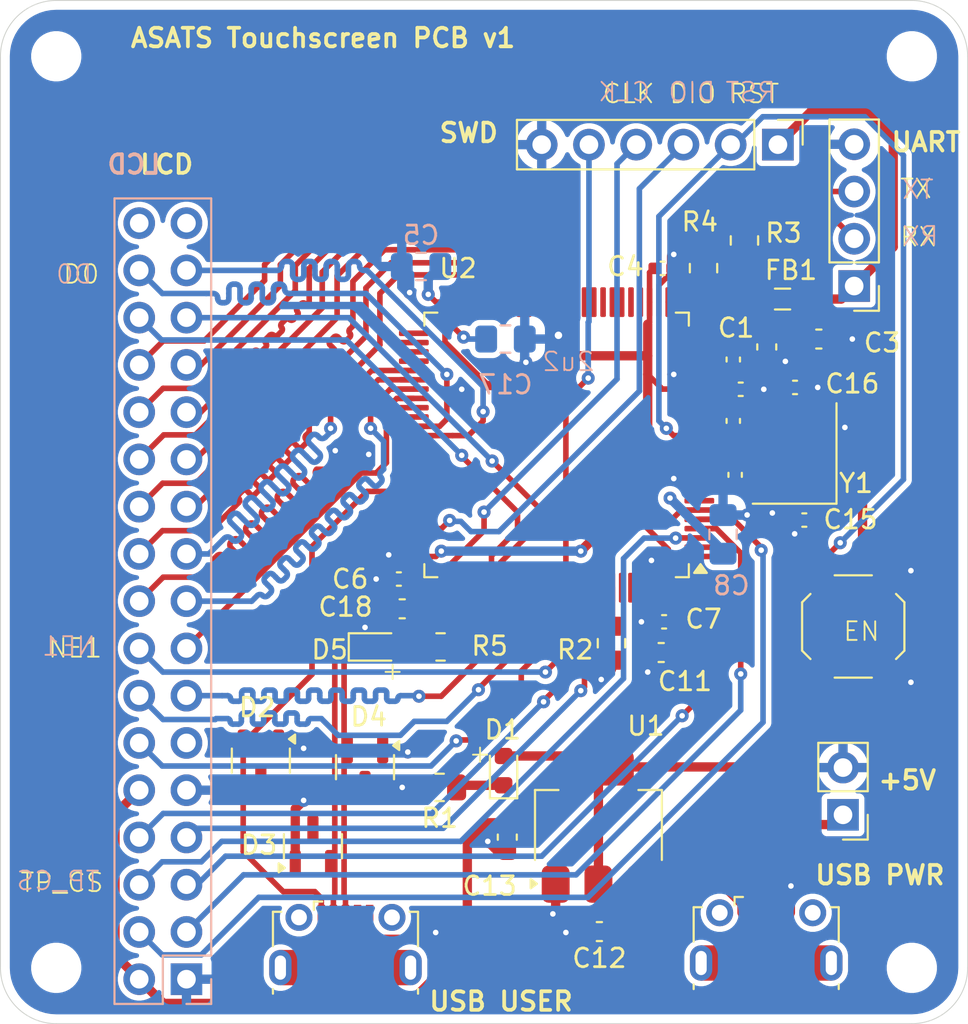
<source format=kicad_pcb>
(kicad_pcb (version 20241229) (generator "pcbnew") (generator_version "9.0")
  (layers (0 "F.Cu" signal) (2 "B.Cu" signal) (13 "F.Paste" user) (15 "B.Paste" user) (5 "F.SilkS" user "F.Silkscreen") (7 "B.SilkS" user "B.Silkscreen") (1 "F.Mask" user) (3 "B.Mask" user) (25 "Edge.Cuts" user))
  (net 0 "")
  (net 1 "GND")
  (net 2 "+3.3VA")
  (net 3 "+3.3V")
  (net 4 "+5V")
  (net 5 "/SWD_NRST")
  (net 6 "/HSE_IN")
  (net 7 "/HSE_OUT")
  (net 8 "/VCAP1")
  (net 9 "/VCAP2")
  (net 10 "Net-(D1-K)")
  (net 11 "/USB_OTG_FS_VBUS")
  (net 12 "/USB_OTG_FS_D-")
  (net 13 "/USB_OTG_FS_D+")
  (net 14 "Net-(D5-A)")
  (net 15 "/USART2_RX")
  (net 16 "/USART2_TX")
  (net 26 "/SWDIO")
  (net 27 "/FMC_A16")
  (net 29 "/FMC_NOE")
  (net 30 "/LCD_NRST")
  (net 31 "/FMC_D12")
  (net 33 "/FMC_D14")
  (net 34 "/FMC_D13")
  (net 35 "/FMC_D9")
  (net 36 "/FMC_D6")
  (net 37 "/TP_SDI")
  (net 38 "/FMC_D8")
  (net 39 "/TP_IRQ")
  (net 40 "/FMC_NE1")
  (net 41 "/FMC_D7")
  (net 42 "/FMC_D3")
  (net 43 "/FMC_D15")
  (net 44 "/TP_SCK")
  (net 46 "/TP_CS")
  (net 47 "/FMC_D5")
  (net 48 "/BL_PWM")
  (net 49 "/FMC_D1")
  (net 50 "/TP_SDO")
  (net 51 "/FMC_D4")
  (net 52 "/FMC_D11")
  (net 53 "/FMC_D10")
  (net 54 "/FMC_D2")
  (net 55 "/FMC_NWE")
  (net 56 "/FMC_D0")
  (net 57 "/BOOT0")
  (net 96 "/SWDO")
  (net 97 "/SWDCLK")
  (net 98 "Net-(J1-Pin_3)")
  (net 99 "Net-(J1-Pin_2)")
  (net 117 "/DEBUG_LED")
  (footprint "Capacitor_SMD:C_0402_1005Metric" (layer "F.Cu") (at 192.5 77.5 -90)
    (property "Reference" "C9" (hide yes))
    (property "Value" "100n")
  )
  (footprint "Capacitor_SMD:C_0603_1608Metric" (layer "F.Cu") (at 180.25 96.975 -90)
    (property "Reference" "C13")
    (property "Value" "22u")
  )
  (footprint "Button_Switch_SMD:SW_Push_1P1T_XKB_TS-1187A" (layer "F.Cu") (at 198.85 85.65 -90)
    (property "Reference" "SW1" (hide yes))
    (property "Value" "SW_Push")
  )
  (footprint "Resistor_SMD:R_0805_2012Metric" (layer "F.Cu") (at 193 64.9 90)
    (property "Reference" "R3")
    (property "Value" "220R")
  )
  (footprint "Connector_USB:USB_Micro-B_Molex-105017-0001" (layer "F.Cu") (at 171.55 102.75)
    (property "Reference" "J2" (hide yes))
    (property "Value" "USB_B_Micro")
  )
  (footprint "Capacitor_SMD:C_0402_1005Metric" (layer "F.Cu") (at 196.22 79.93 180)
    (property "Reference" "C15")
    (property "Value" "10p")
  )
  (footprint "MountingHole:MountingHole_2.2mm_M2" (layer "F.Cu") (at 156 104)
    (property "Reference" "H4" (hide yes))
    (property "Value" "MountingHole")
  )
  (footprint "Resistor_SMD:R_0805_2012Metric" (layer "F.Cu") (at 185.85 86.55 90)
    (property "Reference" "R2")
    (property "Value" "10k")
  )
  (footprint "MountingHole:MountingHole_2.2mm_M2" (layer "F.Cu") (at 202 55)
    (property "Reference" "H1" (hide yes))
    (property "Value" "MountingHole")
  )
  (footprint "Resistor_SMD:R_0805_2012Metric" (layer "F.Cu") (at 176.6625 86.75)
    (property "Reference" "R5")
    (property "Value" "1k")
  )
  (footprint "Crystal:Crystal_SMD_3225-4Pin_3.2x2.5mm_HandSoldering" (layer "F.Cu") (at 195.7 76.35 90)
    (property "Reference" "Y1")
    (property "Value" "16MHz")
  )
  (footprint "Capacitor_SMD:C_0603_1608Metric" (layer "F.Cu") (at 194.2 70.625 -90)
    (property "Reference" "C2" (hide yes))
    (property "Value" "10u")
  )
  (footprint "Capacitor_SMD:C_0603_1608Metric" (layer "F.Cu") (at 185.2 102.05 180)
    (property "Reference" "C12")
    (property "Value" "22u")
  )
  (footprint "LED_SMD:LED_0603_1608Metric" (layer "F.Cu") (at 180.05 93.4 90)
    (property "Reference" "D1")
    (property "Value" "RED")
  )
  (footprint "Capacitor_SMD:C_0402_1005Metric" (layer "F.Cu") (at 192.4 74.6 -90)
    (property "Reference" "C14" (hide yes))
    (property "Value" "100n")
  )
  (footprint "MountingHole:MountingHole_2.2mm_M2" (layer "F.Cu") (at 202 104)
    (property "Reference" "H2" (hide yes))
    (property "Value" "MountingHole")
  )
  (footprint "Package_TO_SOT_SMD:SOT-23" (layer "F.Cu") (at 167 92.8625 -90)
    (property "Reference" "D2")
    (property "Value" "P6SMB6.8")
  )
  (footprint "MountingHole:MountingHole_2.2mm_M2" (layer "F.Cu") (at 156 55)
    (property "Reference" "H3" (hide yes))
    (property "Value" "MountingHole")
  )
  (footprint "Capacitor_SMD:C_0402_1005Metric" (layer "F.Cu") (at 195.72 72.8)
    (property "Reference" "C16")
    (property "Value" "10p")
  )
  (footprint "Capacitor_SMD:C_0603_1608Metric" (layer "F.Cu") (at 174.6 84.7)
    (property "Reference" "C18")
    (property "Value" "2u2")
  )
  (footprint "Package_TO_SOT_SMD:SOT-23" (layer "F.Cu") (at 172.6 93.2125 -90)
    (property "Reference" "D4")
    (property "Value" "P6SMB6.8")
  )
  (footprint "Connector_USB:USB_Micro-B_Molex-105017-0001" (layer "F.Cu") (at 194.17 102.5025)
    (property "Reference" "J4" (hide yes))
    (property "Value" "USB_B_Micro")
  )
  (footprint "Package_QFP:LQFP-100_14x14mm_P0.5mm" (layer "F.Cu") (at 182.9 75.89 180)
    (property "Reference" "U2")
    (property "Value" "STM32F429VITx")
  )
  (footprint "Package_TO_SOT_SMD:SOT-223-3_TabPin2" (layer "F.Cu") (at 185.15 96.35 90)
    (property "Reference" "U1")
    (property "Value" "AMS1117-3.3")
  )
  (footprint "Capacitor_SMD:C_0402_1005Metric" (layer "F.Cu") (at 188.6 66.4)
    (property "Reference" "C4")
    (property "Value" "100n")
  )
  (footprint "Capacitor_SMD:C_0402_1005Metric" (layer "F.Cu") (at 192.4 71.3 -90)
    (property "Reference" "C1")
    (property "Value" "100n")
  )
  (footprint "Connector_PinHeader_2.54mm:PinHeader_1x02_P2.54mm_Vertical" (layer "F.Cu") (at 198.3 95.775 180)
    (property "Reference" "J5" (hide yes))
    (property "Value" "Conn_01x02")
  )
  (footprint "Capacitor_SMD:C_0402_1005Metric" (layer "F.Cu") (at 188.68 85.4 180)
    (property "Reference" "C7")
    (property "Value" "100n")
  )
  (footprint "Connector_PinHeader_2.54mm:PinHeader_1x06_P2.54mm_Vertical" (layer "F.Cu") (at 194.8 59.75 -90)
    (property "Reference" "J3" (hide yes))
    (property "Value" "Conn_01x06")
  )
  (footprint "Connector_PinHeader_2.54mm:PinHeader_1x04_P2.54mm_Vertical" (layer "F.Cu") (at 198.9 67.35 180)
    (property "Reference" "J1" (hide yes))
    (property "Value" "Conn_01x04")
  )
  (footprint "Capacitor_SMD:C_0402_1005Metric" (layer "F.Cu") (at 174.42 83.1 180)
    (property "Reference" "C6")
    (property "Value" "100n")
  )
  (footprint "Capacitor_SMD:C_0402_1005Metric" (layer "F.Cu") (at 192.8 72.9)
    (property "Reference" "C10" (hide yes))
    (property "Value" "100n")
  )
  (footprint "Capacitor_SMD:C_0603_1608Metric" (layer "F.Cu") (at 197 70.2)
    (property "Reference" "C3")
    (property "Value" "1u")
  )
  (footprint "Inductor_SMD:L_0805_2012Metric_Pad1.05x1.20mm_HandSolder" (layer "F.Cu") (at 195.05 68.05)
    (property "Reference" "FB1")
    (property "Value" "120R")
  )
  (footprint "Capacitor_SMD:C_0603_1608Metric" (layer "F.Cu") (at 188.525 87.05 180)
    (property "Reference" "C11")
    (property "Value" "10u")
  )
  (footprint "Package_TO_SOT_SMD:SOT-23" (layer "F.Cu") (at 169.8 97.4625 90)
    (property "Reference" "D3")
    (property "Value" "P6SMB6.8")
  )
  (footprint "LED_SMD:LED_0603_1608Metric" (layer "F.Cu") (at 173.2125 86.75)
    (property "Reference" "D5")
    (property "Value" "RED")
  )
  (footprint "Resistor_SMD:R_0805_2012Metric" (layer "F.Cu") (at 190.8 66.3875 90)
    (property "Reference" "R4")
    (property "Value" "220R")
  )
  (footprint "Resistor_SMD:R_0805_2012Metric" (layer "F.Cu") (at 176.6125 94.3 180)
    (property "Reference" "R1")
    (property "Value" "1k")
  )
  (footprint "Capacitor_SMD:C_0805_2012Metric_Pad1.18x1.45mm_HandSolder" (layer "B.Cu") (at 191.85 80.7 90)
    (property "Reference" "C8")
    (property "Value" "100n")
  )
  (footprint "Capacitor_SMD:C_0805_2012Metric_Pad1.18x1.45mm_HandSolder" (layer "B.Cu") (at 175.6125 66.3 180)
    (property "Reference" "C5")
    (property "Value" "100n")
  )
  (footprint "Capacitor_SMD:C_0805_2012Metric_Pad1.18x1.45mm_HandSolder" (layer "B.Cu") (at 180.15 70.2)
    (property "Reference" "C17")
    (property "Value" "2u2")
  )
  (footprint "Connector_PinSocket_2.54mm:PinSocket_2x17_P2.54mm_Vertical" (layer "B.Cu") (at 163 104.61)
    (property "Reference" "J6" (hide yes))
    (property "Value" "2x17 odd-even connector" (hide yes))
  )
  (gr_line (start 156 107) (end 202 107) (stroke (width 0.05)) (layer "Edge.Cuts"))
  (gr_line (start 202 52) (end 156 52) (stroke (width 0.05)) (layer "Edge.Cuts"))
  (gr_arc (start 153 55) (mid 153.87868 52.87868) (end 156 52) (stroke (width 0.05)) (layer "Edge.Cuts"))
  (gr_line (start 205 104) (end 205 55) (stroke (width 0.05)) (layer "Edge.Cuts"))
  (gr_line (start 153 55) (end 153 104) (stroke (width 0.05)) (layer "Edge.Cuts"))
  (gr_arc (start 202 52) (mid 204.12132 52.87868) (end 205 55) (stroke (width 0.05)) (layer "Edge.Cuts"))
  (gr_arc (start 205 104) (mid 204.12132 106.12132) (end 202 107) (stroke (width 0.05)) (layer "Edge.Cuts"))
  (gr_arc (start 156 107) (mid 153.87868 106.12132) (end 153 104) (stroke (width 0.05)) (layer "Edge.Cuts"))
  (gr_text "SWD" (at 176.5 59.7 0) (layer "F.SilkS") (effects (font (size 1 1) (thickness 0.2) (bold yes)) (justify left bottom)))
  (gr_text "DIO" (at 188.9 57.6 0) (layer "F.SilkS") (effects (font (size 1 1) (thickness 0.1)) (justify left bottom)))
  (gr_text "+5V" (at 200.1 94.5 0) (layer "F.SilkS") (effects (font (size 1 1) (thickness 0.2) (bold yes)) (justify left bottom)))
  (gr_text "ASATS Touchscreen PCB v1" (at 159.9 54.6 0) (layer "F.SilkS") (effects (font (size 1 1) (thickness 0.2) (bold yes)) (justify left bottom)))
  (gr_text "UART" (at 200.8 60.2 0) (layer "F.SilkS") (effects (font (size 1 1) (thickness 0.2) (bold yes)) (justify left bottom)))
  (gr_text "EN" (at 198.25 86.5 0) (layer "F.SilkS") (effects (font (size 1 1) (thickness 0.1)) (justify left bottom)))
  (gr_text "NE1" (at 155.5 87.4 0) (layer "F.SilkS") (effects (font (size 1 1) (thickness 0.1)) (justify left bottom)))
  (gr_text "USB PWR" (at 196.7 99.6 0) (layer "F.SilkS") (effects (font (size 1 1) (thickness 0.2) (bold yes)) (justify left bottom)))
  (gr_text "RST" (at 192.1 57.6 0) (layer "F.SilkS") (effects (font (size 1 1) (thickness 0.1)) (justify left bottom)))
  (gr_text "RX" (at 201.3 65.3 0) (layer "F.SilkS") (effects (font (size 1 1) (thickness 0.1)) (justify left bottom)))
  (gr_text "LCD" (at 160.4 61.4 0) (layer "F.SilkS") (effects (font (size 1 1) (thickness 0.2) (bold yes)) (justify left bottom)))
  (gr_text "D0" (at 156.3 67.3 0) (layer "F.SilkS") (effects (font (size 1 1) (thickness 0.1)) (justify left bottom)))
  (gr_text "USB USER" (at 175.95 106.39 0) (layer "F.SilkS") (effects (font (size 1 1) (thickness 0.2) (bold yes)) (justify left bottom)))
  (gr_text "+" (at 178.1 93.05 0) (layer "F.SilkS") (effects (font (size 1 1) (thickness 0.1)) (justify left bottom)))
  (gr_text "CLK" (at 185.3 57.6 0) (layer "F.SilkS") (effects (font (size 1 1) (thickness 0.1)) (justify left bottom)))
  (gr_text "TP_CS" (at 154 100 0) (layer "F.SilkS") (effects (font (size 1 1) (thickness 0.1)) (justify left bottom)))
  (gr_text "+" (at 173.4 88.6 0) (layer "F.SilkS") (effects (font (size 1 1) (thickness 0.1)) (justify left bottom)))
  (gr_text "TX" (at 201.3 62.7 0) (layer "F.SilkS") (effects (font (size 1 1) (thickness 0.1)) (justify left bottom)))
  (gr_text "TP_CS" (at 158.4 99.9 0) (layer "B.SilkS") (effects (font (size 1 1) (thickness 0.1)) (justify left bottom mirror)))
  (gr_text "TX" (at 203.25 62.75 0) (layer "B.SilkS") (effects (font (size 1 1) (thickness 0.1)) (justify left bottom mirror)))
  (gr_text "D0" (at 158 67.3 0) (layer "B.SilkS") (effects (font (size 1 1) (thickness 0.1)) (justify left bottom mirror)))
  (gr_text "RST" (at 194.75 57.5 0) (layer "B.SilkS") (effects (font (size 1 1) (thickness 0.1)) (justify left bottom mirror)))
  (gr_text "RX" (at 203.5 65.25 0) (layer "B.SilkS") (effects (font (size 1 1) (thickness 0.1)) (justify left bottom mirror)))
  (gr_text "2u2" (at 185 72 0) (layer "B.SilkS") (effects (font (size 1 1) (thickness 0.1)) (justify left bottom mirror)))
  (gr_text "LCD" (at 161.71 61.4 0) (layer "B.SilkS") (effects (font (size 1 1) (thickness 0.2) (bold yes)) (justify left bottom mirror)))
  (gr_text "DIO" (at 191.5 57.5 0) (layer "B.SilkS") (effects (font (size 1 1) (thickness 0.1)) (justify left bottom mirror)))
  (gr_text "CLK\n" (at 188 57.5 0) (layer "B.SilkS") (effects (font (size 1 1) (thickness 0.1)) (justify left bottom mirror)))
  (gr_text "NE1" (at 158.2 87.3 0) (layer "B.SilkS") (effects (font (size 1 1) (thickness 0.1)) (justify left bottom mirror)))
  (segment (start 197.3 75.25) (end 197.2 75.25) (width 0.5) (layer "F.Cu") (net 1))
  (segment (start 167.95 91.925) (end 169.025 91.925) (width 0.5) (layer "F.Cu") (net 1))
  (segment (start 196.85 74.9) (end 198.35 74.9) (width 0.5) (layer "F.Cu") (net 1))
  (segment (start 189.08 66.4) (end 189.08 65.77) (width 0.5) (layer "F.Cu") (net 1))
  (segment (start 174.775 92.275) (end 174.9 92.4) (width 0.5) (layer "F.Cu") (net 1))
  (segment (start 197.775 70.2) (end 198.8 70.2) (width 0.5) (layer "F.Cu") (net 1))
  (segment (start 172.425 86.75) (end 172.425 85.875) (width 0.5) (layer "F.Cu") (net 1))
  (segment (start 168.85 95.45) (end 169.3 95) (width 0.5) (layer "F.Cu") (net 1))
  (segment (start 193.82 71.78) (end 194.2 71.4) (width 0.5) (layer "F.Cu") (net 1))
  (segment (start 195.7 79.93) (end 195.7 80.67) (width 0.5) (layer "F.Cu") (net 1))
  (segment (start 187.75 87.05) (end 187.75 88.05) (width 0.5) (layer "F.Cu") (net 1))
  (segment (start 188.4 67.3) (end 189.08 66.62) (width 0.3) (layer "F.Cu") (net 1))
  (segment (start 173.94 83.34) (end 175.3 84.7) (width 0.5) (layer "F.Cu") (net 1))
  (segment (start 189.51 77.39) (end 189.2 77.7) (width 0.3) (layer "F.Cu") (net 1))
  (segment (start 182.85 99.5) (end 182.85 100.95) (width 0.5) (layer "F.Cu") (net 1))
  (segment (start 185.85 87.4625) (end 185.85 87.95) (width 0.5) (layer "F.Cu") (net 1))
  (segment (start 180.25 97.75) (end 179.75 97.75) (width 0.5) (layer "F.Cu") (net 1))
  (segment (start 194.55 79.5) (end 194.5 79.55) (width 0.5) (layer "F.Cu") (net 1))
  (segment (start 190.575 77.39) (end 189.51 77.39) (width 0.3) (layer "F.Cu") (net 1))
  (segment (start 193.28 73.24) (end 193.28 72.9) (width 0.3) (layer "F.Cu") (net 1))
  (segment (start 200.725 82.65) (end 201.95 82.65) (width 0.5) (layer "F.Cu") (net 1))
  (segment (start 172.85 101.2875) (end 172.85 101.750616) (width 0.3) (layer "F.Cu") (net 1))
  (segment (start 185.85 87.95) (end 185.3 88.5) (width 0.5) (layer "F.Cu") (net 1))
  (segment (start 192.08 77.98) (end 192.5 77.98) (width 0.3) (layer "F.Cu") (net 1))
  (segment (start 192.4 71.78) (end 193.82 71.78) (width 0.5) (layer "F.Cu") (net 1))
  (segment (start 188.4 68.215) (end 188.4 67.3) (width 0.3) (layer "F.Cu") (net 1))
  (segment (start 168.85 98.4) (end 168.85 95.45) (width 0.5) (layer "F.Cu") (net 1))
  (segment (start 194.55 77.8) (end 194.55 79.5) (width 0.5) (layer "F.Cu") (net 1))
  (segment (start 189.08 66.62) (end 189.08 66.4) (width 0.3) (layer "F.Cu") (net 1))
  (segment (start 194.2 71.4) (end 195.2 71.4) (width 0.5) (layer "F.Cu") (net 1))
  (segment (start 195.47 101.04) (end 195.47 99.63) (width 0.5) (layer "F.Cu") (net 1))
  (segment (start 196.85 74.9) (end 197.2 75.25) (width 0.5) (layer "F.Cu") (net 1))
  (segment (start 173.562884 102.4635) (end 176.0365 102.4635) (width 0.5) (layer "F.Cu") (net 1))
  (segment (start 189.49 72.39) (end 189.2 72.1) (width 0.3) (layer "F.Cu") (net 1))
  (segment (start 172.85 101.750616) (end 173.562884 102.4635) (width 0.3) (layer "F.Cu") (net 1))
  (segment (start 189.08 65.77) (end 189.2 65.65) (width 0.5) (layer "F.Cu") (net 1))
  (segment (start 188.2 85.4) (end 187.46 85.4) (width 0.5) (layer "F.Cu") (net 1))
  (segment (start 187.75 88.05) (end 187.8 88.1) (width 0.5) (layer "F.Cu") (net 1))
  (segment (start 183.45 102.05) (end 183.4 102.1) (width 0.5) (layer "F.Cu") (net 1))
  (segment (start 175.7 94.3) (end 174.6 94.3) (width 0.5) (layer "F.Cu") (net 1))
  (segment (start 179.75 97.75) (end 179.2 97.2) (width 0.5) (layer "F.Cu") (net 1))
  (segment (start 173.55 92.275) (end 174.775 92.275) (width 0.5) (layer "F.Cu") (net 1))
  (segment (start 188.4 82.5) (end 188 82.1) (width 0.3) (layer "F.Cu") (net 1))
  (segment (start 198.35 74.9) (end 198.4 74.95) (width 0.5) (layer "F.Cu") (net 1))
  (segment (start 190.575 77.39) (end 191.49 77.39) (width 0.3) (layer "F.Cu") (net 1))
  (segment (start 175.3 84.7) (end 175.375 84.7) (width 0.5) (layer "F.Cu") (net 1))
  (segment (start 195.47 99.63) (end 195.5 99.6) (width 0.5) (layer "F.Cu") (net 1))
  (segment (start 192.4 74.12) (end 193.28 73.24) (width 0.3) (layer "F.Cu") (net 1))
  (segment (start 184.425 102.05) (end 183.45 102.05) (width 0.5) (layer "F.Cu") (net 1))
  (segment (start 173.94 83.1) (end 173.2 83.1) (width 0.5) (layer "F.Cu") (net 1))
  (segment (start 173.94 83.1) (end 173.94 83.34) (width 0.5) (layer "F.Cu") (net 1))
  (segment (start 190.575 72.39) (end 189.49 72.39) (width 0.3) (layer "F.Cu") (net 1))
  (segment (start 188.4 83.565) (end 188.4 82.5) (width 0.3) (layer "F.Cu") (net 1))
  (segment (start 194.55 77.8) (end 194.1 78.25) (width 0.5) (layer "F.Cu") (net 1))
  (segment (start 174.284695 81.39) (end 173.875057 81.799638) (width 0.3) (layer "F.Cu") (net 1))
  (segment (start 182.85 100.95) (end 182.7 101.1) (width 0.5) (layer "F.Cu") (net 1))
  (segment (start 169.025 91.925) (end 169.3 92.2) (width 0.5) (layer "F.Cu") (net 1))
  (segment (start 200.725 88.65) (end 201.95 88.65) (width 0.5) (layer "F.Cu") (net 1))
  (segment (start 193.3 72.9) (end 194.04 72.9) (width 0.5) (layer "F.Cu") (net 1))
  (segment (start 191.49 77.39) (end 192.08 77.98) (width 0.3) (layer "F.Cu") (net 1))
  (segment (start 172.425 85.875) (end 172.6 85.7) (width 0.5) (layer "F.Cu") (net 1))
  (segment (start 196.2 72.8) (end 196.94 72.8) (width 0.5) (layer "F.Cu") (net 1))
  (segment (start 176.0365 102.4635) (end 176.4 102.1) (width 0.5) (layer "F.Cu") (net 1))
  (segment (start 175.225 81.39) (end 174.284695 81.39) (width 0.3) (layer "F.Cu") (net 1))
  (via (at 195.7 80.67) (size 0.7) (drill 0.3) (layers "F.Cu" "B.Cu") (net 1))
  (via (at 183.4 102.1) (size 0.7) (drill 0.3) (layers "F.Cu" "B.Cu") (net 1))
  (via (at 185.3 88.5) (size 0.7) (drill 0.3) (layers "F.Cu" "B.Cu") (net 1))
  (via (at 176.4 102.1) (size 0.7) (drill 0.3) (layers "F.Cu" "B.Cu") (net 1))
  (via (at 194.5 79.55) (size 0.7) (drill 0.3) (layers "F.Cu" "B.Cu") (net 1))
  (via (at 198.4 74.95) (size 0.7) (drill 0.3) (layers "F.Cu" "B.Cu") (net 1))
  (via (at 174.6 94.3) (size 0.7) (drill 0.3) (layers "F.Cu" "B.Cu") (net 1))
  (via (at 201.95 82.65) (size 0.7) (drill 0.3) (layers "F.Cu" "B.Cu") (net 1))
  (via (at 181.25 71.45) (size 0.7) (drill 0.3) (layers "F.Cu" "B.Cu") (net 1))
  (via (at 193.144975 79.655025) (size 0.7) (drill 0.3) (layers "F.Cu" "B.Cu") (net 1))
  (via (at 195.2 71.4) (size 0.7) (drill 0.3) (layers "F.Cu" "B.Cu") (net 1))
  (via (at 187.8 88.1) (size 0.7) (drill 0.3) (layers "F.Cu" "B.Cu") (net 1))
  (via (at 172.8 76.4) (size 0.7) (drill 0.3) (layers "F.Cu" "B.Cu") (net 1))
  (via (at 189.2 65.65) (size 0.7) (drill 0.3) (layers "F.Cu" "B.Cu") (net 1))
  (via (at 169.3 92.2) (size 0.7) (drill 0.3) (layers "F.Cu" "B.Cu") (net 1))
  (via (at 182.7 101.1) (size 0.7) (drill 0.3) (layers "F.Cu" "B.Cu") (net 1))
  (via (at 201.95 88.65) (size 0.7) (drill 0.3) (layers "F.Cu" "B.Cu") (net 1))
  (via (at 188 82.1) (size 0.7) (drill 0.3) (layers "F.Cu" "B.Cu") (net 1))
  (via (at 179.2 97.2) (size 0.7) (drill 0.3) (layers "F.Cu" "B.Cu") (net 1))
  (via (at 173.875057 81.799638) (size 0.7) (drill 0.3) (layers "F.Cu" "B.Cu") (net 1))
  (via (at 189.2 72.1) (size 0.7) (drill 0.3) (layers "F.Cu" "B.Cu") (net 1))
  (via (at 169.3 95) (size 0.7) (drill 0.3) (layers "F.Cu" "B.Cu") (net 1))
  (via (at 189.2 77.7) (size 0.7) (drill 0.3) (layers "F.Cu" "B.Cu") (net 1))
  (via (at 177.8 72.9) (size 0.7) (drill 0.3) (layers "F.Cu" "B.Cu") (net 1))
  (via (at 173.2 83.1) (size 0.7) (drill 0.3) (layers "F.Cu" "B.Cu") (net 1))
  (via (at 195.5 99.6) (size 0.7) (drill 0.3) (layers "F.Cu" "B.Cu") (net 1))
  (via (at 198.8 70.2) (size 0.7) (drill 0.3) (layers "F.Cu" "B.Cu") (net 1))
  (via (at 183 70) (size 0.9) (drill 0.4) (layers "F.Cu" "B.Cu") (net 1))
  (via (at 174.9 92.4) (size 0.7) (drill 0.3) (layers "F.Cu" "B.Cu") (net 1))
  (via (at 171 76.2) (size 0.7) (drill 0.3) (layers "F.Cu" "B.Cu") (net 1))
  (via (at 187.46 85.4) (size 0.7) (drill 0.3) (layers "F.Cu" "B.Cu") (net 1))
  (via (at 172.6 85.7) (size 0.7) (drill 0.3) (layers "F.Cu" "B.Cu") (net 1))
  (via (at 175 67.7) (size 0.7) (drill 0.3) (layers "F.Cu" "B.Cu") (net 1))
  (via (at 196.94 72.8) (size 0.7) (drill 0.3) (layers "F.Cu" "B.Cu") (net 1))
  (via (at 194.04 72.9) (size 0.7) (drill 0.3) (layers "F.Cu" "B.Cu") (net 1))
  (segment (start 181.1875 71.3875) (end 181.25 71.45) (width 0.5) (layer "B.Cu") (net 1))
  (segment (start 191.85 79.6625) (end 193.1375 79.6625) (width 0.5) (layer "B.Cu") (net 1))
  (segment (start 175 66.725) (end 175 67.7) (width 0.5) (layer "B.Cu") (net 1))
  (segment (start 174.575 66.3) (end 175 66.725) (width 0.5) (layer "B.Cu") (net 1))
  (segment (start 193.1375 79.6625) (end 193.144975 79.655025) (width 0.5) (layer "B.Cu") (net 1))
  (segment (start 181.1875 70.2) (end 181.1875 71.3875) (width 0.5) (layer "B.Cu") (net 1))
  (segment (start 193.9 68.05) (end 194.2 68.35) (width 0.3) (layer "F.Cu") (net 2))
  (segment (start 194.2 68.35) (end 194.2 69.85) (width 0.3) (layer "F.Cu") (net 2))
  (segment (start 192.4 70.82) (end 193.37 69.85) (width 0.3) (layer "F.Cu") (net 2))
  (segment (start 190.575 71.39) (end 191.78174 71.39) (width 0.3) (layer "F.Cu") (net 2))
  (segment (start 192.35174 70.82) (end 192.4 70.82) (width 0.3) (layer "F.Cu") (net 2))
  (segment (start 190.575 71.89) (end 190.575 71.39) (width 0.3) (layer "F.Cu") (net 2))
  (segment (start 191.78174 71.39) (end 192.35174 70.82) (width 0.3) (layer "F.Cu") (net 2))
  (segment (start 193.37 69.85) (end 194.2 69.85) (width 0.3) (layer "F.Cu") (net 2))
  (segment (start 198.9 67.35) (end 198.2 68.05) (width 0.5) (layer "F.Cu") (net 3))
  (segment (start 182.5 72.7) (end 184.1 71.1) (width 0.5) (layer "F.Cu") (net 3))
  (segment (start 187.8 72.1) (end 187.8 71.1) (width 0.5) (layer "F.Cu") (net 3))
  (segment (start 189 78.78) (end 189.61 79.39) (width 0.3) (layer "F.Cu") (net 3))
  (segment (start 190.575 72.89) (end 188.59 72.89) (width 0.3) (layer "F.Cu") (net 3))
  (segment (start 160.46 94.45) (end 159.159 95.751) (width 0.5) (layer "F.Cu") (net 3))
  (segment (start 187.9 68.215) (end 187.9 69.3) (width 0.3) (layer "F.Cu") (net 3))
  (segment (start 187.9 69.3) (end 187.8 69.4) (width 0.3) (layer "F.Cu") (net 3))
  (segment (start 198.2 68.05) (end 196.2 68.05) (width 0.5) (layer "F.Cu") (net 3))
  (segment (start 175.225 81.89) (end 176.41 81.89) (width 0.3) (layer "F.Cu") (net 3))
  (segment (start 179.067214 96.2) (end 180.25 96.2) (width 0.5) (layer "F.Cu") (net 3))
  (segment (start 180.25 96.2) (end 182.15 96.2) (width 0.5) (layer "F.Cu") (net 3))
  (segment (start 190.575 72.89) (end 192.31 72.89) (width 0.3) (layer "F.Cu") (net 3))
  (segment (start 174.9 82.215) (end 174.9 83.1) (width 0.3) (layer "F.Cu") (net 3))
  (segment (start 159.159 95.751) (end 159.159 103.309) (width 0.5) (layer "F.Cu") (net 3))
  (segment (start 187.8 71.1) (end 187.8 69.4) (width 0.5) (layer "F.Cu") (net 3))
  (segment (start 196.2 70.175) (end 196.225 70.2) (width 0.5) (layer "F.Cu") (net 3))
  (segment (start 196.55 58) (end 199.6 58) (width 0.5) (layer "F.Cu") (net 3))
  (segment (start 190.575 79.39) (end 189.61 79.39) (width 0.3) (layer "F.Cu") (net 3))
  (segment (start 188.59 72.89) (end 187.8 72.1) (width 0.3) (layer "F.Cu") (net 3))
  (segment (start 188.19 76.89) (end 187.8 76.5) (width 0.3) (layer "F.Cu") (net 3))
  (segment (start 189.2 79.8) (end 187.8 79.8) (width 0.3) (layer "F.Cu") (net 3))
  (segment (start 188.9 83.565) (end 189.16 83.825) (width 0.3) (layer "F.Cu") (net 3))
  (segment (start 178.1 102.773838) (end 178.1 97.167214) (width 0.5) (layer "F.Cu") (net 3))
  (segment (start 159.159 103.309) (end 160.46 104.61) (width 0.5) (layer "F.Cu") (net 3))
  (segment (start 185.15 99.5) (end 185.15 93.2) (width 0.5) (layer "F.Cu") (net 3))
  (segment (start 182.15 96.2) (end 185.15 93.2) (width 0.5) (layer "F.Cu") (net 3))
  (segment (start 179.1 72.7) (end 182.5 72.7) (width 0.5) (layer "F.Cu") (net 3))
  (segment (start 189.3 87.05) (end 189.3 85.54) (width 0.5) (layer "F.Cu") (net 3))
  (segment (start 176.415 68.215) (end 176.9 68.215) (width 0.3) (layer "F.Cu") (net 3))
  (segment (start 201 59.4) (end 201 65.25) (width 0.5) (layer "F.Cu") (net 3))
  (segment (start 176 67.8) (end 176.415 68.215) (width 0.3) (layer "F.Cu") (net 3))
  (segment (start 185.15 93.2) (end 194.45 93.2) (width 0.5) (layer "F.Cu") (net 3))
  (segment (start 196.2 68.05) (end 196.2 70.175) (width 0.5) (layer "F.Cu") (net 3))
  (segment (start 189.61 79.39) (end 189.2 79.8) (width 0.3) (layer "F.Cu") (net 3))
  (segment (start 187.8 78.8) (end 187.8 76.5) (width 0.5) (layer "F.Cu") (net 3))
  (segment (start 199.6 58) (end 201 59.4) (width 0.5) (layer "F.Cu") (net 3))
  (segment (start 184.1 71.1) (end 187.8 71.1) (width 0.5) (layer "F.Cu") (net 3))
  (segment (start 187.8 79.8) (end 187.8 78.8) (width 0.5) (layer "F.Cu") (net 3))
  (segment (start 199.35 88.3) (end 199.35 73.325) (width 0.5) (layer "F.Cu") (net 3))
  (segment (start 160.46 104.61) (end 161.761 105.911) (width 0.5) (layer "F.Cu") (net 3))
  (segment (start 184.5625 92.6125) (end 180.05 92.6125) (width 0.5) (layer "F.Cu") (net 3))
  (segment (start 188.9 83.565) (end 188.9 81.491364) (width 0.3) (layer "F.Cu") (net 3))
  (segment (start 189.16 83.825) (end 189.16 85.4) (width 0.3) (layer "F.Cu") (net 3))
  (segment (start 176.9 70.5) (end 179.1 72.7) (width 0.5) (layer "F.Cu") (net 3))
  (segment (start 187.8 76.5) (end 187.8 72.1) (width 0.5) (layer "F.Cu") (net 3))
  (segment (start 201 65.25) (end 198.9 67.35) (width 0.5) (layer "F.Cu") (net 3))
  (segment (start 190.575 76.89) (end 188.19 76.89) (width 0.3) (layer "F.Cu") (net 3))
  (segment (start 186 79.8) (end 187.8 79.8) (width 0.5) (layer "F.Cu") (net 3))
  (segment (start 161.761 105.911) (end 174.962838 105.911) (width 0.5) (layer "F.Cu") (net 3))
  (segment (start 192.37 76.89) (end 192.5 77.02) (width 0.3) (layer "F.Cu") (net 3))
  (segment (start 188.9 81.491364) (end 187.8 80.391364) (width 0.3) (layer "F.Cu") (net 3))
  (segment (start 190.575 76.89) (end 192.37 76.89) (width 0.3) (layer "F.Cu") (net 3))
  (segment (start 175.225 81.89) (end 174.9 82.215) (width 0.3) (layer "F.Cu") (net 3))
  (segment (start 194.45 93.2) (end 199.35 88.3) (width 0.5) (layer "F.Cu") (net 3))
  (segment (start 187.9 68.215) (end 187.9 66.62) (width 0.3) (layer "F.Cu") (net 3))
  (segment (start 189 78.75) (end 189 78.78) (width 0.3) (layer "F.Cu") (net 3))
  (segment (start 192.31 72.89) (end 192.32 72.9) (width 0.3) (layer "F.Cu") (net 3))
  (segment (start 199.35 73.325) (end 196.225 70.2) (width 0.5) (layer "F.Cu") (net 3))
  (segment (start 174.962838 105.911) (end 178.1 102.773838) (width 0.5) (layer "F.Cu") (net 3))
  (segment (start 185.15 93.2) (end 189.3 89.05) (width 0.5) (layer "F.Cu") (net 3))
  (segment (start 176.9 68.215) (end 176.9 70.5) (width 0.3) (layer "F.Cu") (net 3))
  (segment (start 189.3 85.54) (end 189.16 85.4) (width 0.5) (layer "F.Cu") (net 3))
  (segment (start 178.1 97.167214) (end 179.067214 96.2) (width 0.5) (layer "F.Cu") (net 3))
  (segment (start 189.3 89.05) (end 189.3 87.05) (width 0.5) (layer "F.Cu") (net 3))
  (segment (start 184.2 81.6) (end 186 79.8) (width 0.5) (layer "F.Cu") (net 3))
  (segment (start 176.41 81.89) (end 176.7 81.6) (width 0.3) (layer "F.Cu") (net 3))
  (segment (start 194.8 59.75) (end 196.55 58) (width 0.5) (layer "F.Cu") (net 3))
  (segment (start 187.9 66.62) (end 188.12 66.4) (width 0.3) (layer "F.Cu") (net 3))
  (segment (start 187.8 80.391364) (end 187.8 79.8) (width 0.3) (layer "F.Cu") (net 3))
  (segment (start 185.15 93.2) (end 184.5625 92.6125) (width 0.5) (layer "F.Cu") (net 3))
  (via (at 176 67.8) (size 0.7) (drill 0.3) (layers "F.Cu" "B.Cu") (net 3))
  (via (at 176.7 81.6) (size 0.7) (drill 0.3) (layers "F.Cu" "B.Cu") (net 3))
  (via (at 184.2 81.6) (size 0.7) (drill 0.3) (layers "F.Cu" "B.Cu") (net 3))
  (via (at 189 78.75) (size 0.7) (drill 0.3) (layers "F.Cu" "B.Cu") (net 3))
  (segment (start 191.85 81.7375) (end 191.85 81.6) (width 0.5) (layer "B.Cu") (net 3))
  (segment (start 176.7 81.6) (end 184.2 81.6) (width 0.5) (layer "B.Cu") (net 3))
  (segment (start 176 66.95) (end 176 67.8) (width 0.5) (layer "B.Cu") (net 3))
  (segment (start 176.65 66.3) (end 176 66.95) (width 0.5) (layer "B.Cu") (net 3))
  (segment (start 191.85 81.6) (end 189 78.75) (width 0.5) (layer "B.Cu") (net 3))
  (segment (start 192.87 100.57) (end 191.8 99.5) (width 0.5) (layer "F.Cu") (net 4))
  (segment (start 198.3 95.775) (end 197.775 96.3) (width 0.5) (layer "F.Cu") (net 4))
  (segment (start 197.775 96.3) (end 190.65 96.3) (width 0.5) (layer "F.Cu") (net 4))
  (segment (start 191.8 99.5) (end 187.45 99.5) (width 0.5) (layer "F.Cu") (net 4))
  (segment (start 192.87 101.04) (end 192.87 100.57) (width 0.5) (layer "F.Cu") (net 4))
  (segment (start 190.65 96.3) (end 187.45 99.5) (width 0.5) (layer "F.Cu") (net 4))
  (segment (start 187.45 100.575) (end 185.975 102.05) (width 0.5) (layer "F.Cu") (net 4))
  (segment (start 187.45 99.5) (end 187.45 100.575) (width 0.5) (layer "F.Cu") (net 4))
  (segment (start 196.975 82.65) (end 196.975 88.65) (width 0.3) (layer "F.Cu") (net 5))
  (segment (start 190.575 75.39) (end 192.09 75.39) (width 0.3) (layer "F.Cu") (net 5))
  (segment (start 196.975 82.65) (end 196.975 82.325) (width 0.3) (layer "F.Cu") (net 5))
  (segment (start 189.19 75.39) (end 188.8 75) (width 0.3) (layer "F.Cu") (net 5))
  (segment (start 196.975 82.325) (end 198.15 81.15) (width 0.3) (layer "F.Cu") (net 5))
  (segment (start 190.575 75.39) (end 189.19 75.39) (width 0.3) (layer "F.Cu") (net 5))
  (segment (start 192.09 75.39) (end 192.4 75.08) (width 0.3) (layer "F.Cu") (net 5))
  (via (at 188.8 75) (size 0.7) (drill 0.3) (layers "F.Cu" "B.Cu") (net 5))
  (via (at 198.15 81.15) (size 0.7) (drill 0.3) (layers "F.Cu" "B.Cu") (net 5))
  (segment (start 201.55 60.325) (end 199.475 58.25) (width 0.3) (layer "B.Cu") (net 5))
  (segment (start 201.55 77.75) (end 201.55 60.325) (width 0.3) (layer "B.Cu") (net 5))
  (segment (start 188.4 63.61) (end 192.26 59.75) (width 0.3) (layer "B.Cu") (net 5))
  (segment (start 198.15 81.15) (end 201.55 77.75) (width 0.3) (layer "B.Cu") (net 5))
  (segment (start 193.985 58.25) (end 192.235 60) (width 0.3) (layer "B.Cu") (net 5))
  (segment (start 188.8 75) (end 188.4 74.6) (width 0.3) (layer "B.Cu") (net 5))
  (segment (start 199.475 58.25) (end 193.985 58.25) (width 0.3) (layer "B.Cu") (net 5))
  (segment (start 188.4 74.6) (end 188.4 63.61) (width 0.3) (layer "B.Cu") (net 5))
  (segment (start 196.85 79.78) (end 196.7 79.93) (width 0.3) (layer "F.Cu") (net 6))
  (segment (start 196.85 77.65) (end 196.85 77.8) (width 0.3) (layer "F.Cu") (net 6))
  (segment (start 196.85 77.8) (end 196.85 79.78) (width 0.3) (layer "F.Cu") (net 6))
  (segment (start 195.59 76.39) (end 196.85 77.65) (width 0.3) (layer "F.Cu") (net 6))
  (segment (start 190.575 76.39) (end 195.59 76.39) (width 0.3) (layer "F.Cu") (net 6))
  (segment (start 193.56 75.89) (end 194.55 74.9) (width 0.3) (layer "F.Cu") (net 7))
  (segment (start 190.575 75.89) (end 193.56 75.89) (width 0.3) (layer "F.Cu") (net 7))
  (segment (start 194.55 73.49) (end 195.24 72.8) (width 0.3) (layer "F.Cu") (net 7))
  (segment (start 194.55 74.9) (end 194.55 73.49) (width 0.3) (layer "F.Cu") (net 7))
  (segment (start 177.4 68.215) (end 177.4 67.9) (width 0.3) (layer "F.Cu") (net 8))
  (segment (start 177.4 69.6) (end 177.9 70.1) (width 0.3) (layer "F.Cu") (net 8))
  (segment (start 177.4 68.215) (end 177.4 69.6) (width 0.3) (layer "F.Cu") (net 8))
  (via (at 177.9 70.1) (size 0.7) (drill 0.3) (layers "F.Cu" "B.Cu") (net 8))
  (segment (start 179.1125 70.2) (end 178 70.2) (width 0.3) (layer "B.Cu") (net 8))
  (segment (start 178 70.2) (end 177.9 70.1) (width 0.3) (layer "B.Cu") (net 8))
  (segment (start 173.375 84.7) (end 173.825 84.7) (width 0.3) (layer "F.Cu") (net 9))
  (segment (start 172.499 81.901) (end 172.499 83.824) (width 0.3) (layer "F.Cu") (net 9))
  (segment (start 173.51 80.89) (end 172.499 81.901) (width 0.3) (layer "F.Cu") (net 9))
  (segment (start 175.225 80.89) (end 173.51 80.89) (width 0.3) (layer "F.Cu") (net 9))
  (segment (start 172.499 83.824) (end 173.375 84.7) (width 0.3) (layer "F.Cu") (net 9))
  (segment (start 177.6375 94.1875) (end 177.525 94.3) (width 0.5) (layer "F.Cu") (net 10))
  (segment (start 180.05 94.1875) (end 177.6375 94.1875) (width 0.5) (layer "F.Cu") (net 10))
  (segment (start 168.2 99.9) (end 166.05 97.75) (width 0.3) (layer "F.Cu") (net 11))
  (segment (start 166.05 91.925) (end 168.671024 89.303976) (width 0.3) (layer "F.Cu") (net 11))
  (segment (start 169.9 99.9) (end 168.2 99.9) (width 0.3) (layer "F.Cu") (net 11))
  (segment (start 170.25 100.25) (end 169.9 99.9) (width 0.3) (layer "F.Cu") (net 11))
  (segment (start 172.71 78.39) (end 175.225 78.39) (width 0.3) (layer "F.Cu") (net 11))
  (segment (start 169.75 88.225) (end 169.75 81.35) (width 0.3) (layer "F.Cu") (net 11))
  (segment (start 166.05 97.75) (end 166.05 91.925) (width 0.3) (layer "F.Cu") (net 11))
  (segment (start 170.25 101.2875) (end 170.25 100.25) (width 0.3) (layer "F.Cu") (net 11))
  (segment (start 168.671024 89.303976) (end 168.691272 89.283728) (width 0.3) (layer "F.Cu") (net 11))
  (segment (start 168.691272 89.283728) (end 169.75 88.225) (width 0.3) (layer "F.Cu") (net 11))
  (segment (start 169.75 81.35) (end 172.71 78.39) (width 0.3) (layer "F.Cu") (net 11))
  (segment (start 170.975 100.199999) (end 170.975 81.371446) (width 0.3) (layer "F.Cu") (net 12))
  (segment (start 170.975 81.371446) (end 172.956446 79.39) (width 0.3) (layer "F.Cu") (net 12))
  (segment (start 170.9 101.2875) (end 170.9 100.274999) (width 0.3) (layer "F.Cu") (net 12))
  (segment (start 172.956446 79.39) (end 175.225 79.39) (width 0.3) (layer "F.Cu") (net 12))
  (segment (start 170.9 100.274999) (end 170.975 100.199999) (width 0.3) (layer "F.Cu") (net 12))
  (segment (start 171.55 101.2875) (end 171.55 100.274999) (width 0.3) (layer "F.Cu") (net 13))
  (segment (start 171.55 100.274999) (end 171.475 100.199999) (width 0.3) (layer "F.Cu") (net 13))
  (segment (start 171.475 81.578554) (end 173.163554 79.89) (width 0.3) (layer "F.Cu") (net 13))
  (segment (start 173.163554 79.89) (end 175.225 79.89) (width 0.3) (layer "F.Cu") (net 13))
  (segment (start 171.475 100.199999) (end 171.475 81.578554) (width 0.3) (layer "F.Cu") (net 13))
  (segment (start 175.75 86.75) (end 174 86.75) (width 0.3) (layer "F.Cu") (net 14))
  (segment (start 189.885 68.215) (end 188.9 68.215) (width 0.3) (layer "F.Cu") (net 15))
  (segment (start 190.8 67.3) (end 189.885 68.215) (width 0.3) (layer "F.Cu") (net 15))
  (segment (start 193 65.8125) (end 193 66.5) (width 0.3) (layer "F.Cu") (net 16))
  (segment (start 190.575 69.330033) (end 190.575 69.89) (width 0.3) (layer "F.Cu") (net 16))
  (segment (start 193 66.5) (end 192.5 67) (width 0.3) (layer "F.Cu") (net 16))
  (segment (start 192.5 67) (end 192.5 67.405033) (width 0.3) (layer "F.Cu") (net 16))
  (segment (start 192.5 67.405033) (end 190.575 69.330033) (width 0.3) (layer "F.Cu") (net 16))
  (segment (start 175.225 80.39) (end 176.39 80.39) (width 0.3) (layer "F.Cu") (net 26))
  (segment (start 176.71 80.39) (end 177.15 79.95) (width 0.3) (layer "F.Cu") (net 26))
  (segment (start 176.39 80.39) (end 176.71 80.39) (width 0.3) (layer "F.Cu") (net 26))
  (via (at 177.15 79.95) (size 0.7) (drill 0.3) (layers "F.Cu" "B.Cu") (net 26))
  (segment (start 177.2 80) (end 177.75 80) (width 0.3) (layer "B.Cu") (net 26))
  (segment (start 177.75 80) (end 178.3 80.55) (width 0.3) (layer "B.Cu") (net 26))
  (segment (start 187.35 73) (end 187.35 62.12) (width 0.3) (layer "B.Cu") (net 26))
  (segment (start 178.3 80.55) (end 179.8 80.55) (width 0.3) (layer "B.Cu") (net 26))
  (segment (start 177.15 79.95) (end 177.2 80) (width 0.3) (layer "B.Cu") (net 26))
  (segment (start 187.35 62.12) (end 189.72 59.75) (width 0.3) (layer "B.Cu") (net 26))
  (segment (start 179.8 80.55) (end 187.35 73) (width 0.3) (layer "B.Cu") (net 26))
  (segment (start 163 86.8) (end 163 86.83) (width 0.3) (layer "F.Cu") (net 27))
  (segment (start 175.225 73.39) (end 174.31 73.39) (width 0.3) (layer "F.Cu") (net 27))
  (segment (start 173.75 73.95) (end 173.75 76.85) (width 0.3) (layer "F.Cu") (net 27))
  (segment (start 173.75 76.85) (end 173.2 77.4) (width 0.3) (layer "F.Cu") (net 27))
  (segment (start 174.31 73.39) (end 173.75 73.95) (width 0.3) (layer "F.Cu") (net 27))
  (segment (start 172.4 77.4) (end 163 86.8) (width 0.3) (layer "F.Cu") (net 27))
  (segment (start 173.2 77.4) (end 172.4 77.4) (width 0.3) (layer "F.Cu") (net 27))
  (segment (start 163.43 86.4) (end 163 86.83) (width 0.3) (layer "B.Cu") (net 27))
  (segment (start 181.4 83.565) (end 181.4 84.7) (width 0.3) (layer "F.Cu") (net 29))
  (segment (start 181.4 84.7) (end 180.4 85.7) (width 0.3) (layer "F.Cu") (net 29))
  (segment (start 180.4 85.7) (end 176.7 89.4) (width 0.3) (layer "F.Cu") (net 29))
  (segment (start 176.7 89.4) (end 175.5 89.4) (width 0.3) (layer "F.Cu") (net 29))
  (via (at 175.5 89.4) (size 0.7) (drill 0.3) (layers "F.Cu" "B.Cu") (net 29))
  (segment (start 170.61732 89.67) (end 170.31732 89.67) (width 0.3) (layer "B.Cu") (net 29))
  (segment (start 170.16732 89.37) (end 170.16732 89.22) (width 0.3) (layer "B.Cu") (net 29))
  (segment (start 168.36732 89.37) (end 168.36732 89.52) (width 0.3) (layer "B.Cu") (net 29))
  (segment (start 166.56732 89.52) (end 166.56732 89.37) (width 0.3) (layer "B.Cu") (net 29))
  (segment (start 169.41732 89.67) (end 169.11732 89.67) (width 0.3) (layer "B.Cu") (net 29))
  (segment (start 173.76732 89.37) (end 173.76732 89.22) (width 0.3) (layer "B.Cu") (net 29))
  (segment (start 167.76732 89.52) (end 167.76732 89.37) (width 0.3) (layer "B.Cu") (net 29))
  (segment (start 166.41732 89.07) (end 166.11732 89.07) (width 0.3) (layer "B.Cu") (net 29))
  (segment (start 171.96732 89.22) (end 171.96732 89.37) (width 0.3) (layer "B.Cu") (net 29))
  (segment (start 164.332861 89.37) (end 163 89.37) (width 0.3) (layer "B.Cu") (net 29))
  (segment (start 168.81732 89.07) (end 168.51732 89.07) (width 0.3) (layer "B.Cu") (net 29))
  (segment (start 165.96732 89.37) (end 165.96732 89.52) (width 0.3) (layer "B.Cu") (net 29))
  (segment (start 168.96732 89.52) (end 168.96732 89.37) (width 0.3) (layer "B.Cu") (net 29))
  (segment (start 165.21732 89.37) (end 164.91732 89.37) (width 0.3) (layer "B.Cu") (net 29))
  (segment (start 171.36732 89.52) (end 171.36732 89.37) (width 0.3) (layer "B.Cu") (net 29))
  (segment (start 171.81732 89.67) (end 171.51732 89.67) (width 0.3) (layer "B.Cu") (net 29))
  (segment (start 170.76732 89.22) (end 170.76732 89.37) (width 0.3) (layer "B.Cu") (net 29))
  (segment (start 171.21732 89.07) (end 170.91732 89.07) (width 0.3) (layer "B.Cu") (net 29))
  (segment (start 165.81732 89.67) (end 165.51732 89.67) (width 0.3) (layer "B.Cu") (net 29))
  (segment (start 165.96732 89.22) (end 165.96732 89.37) (width 0.3) (layer "B.Cu") (net 29))
  (segment (start 167.61732 89.07) (end 167.31732 89.07) (width 0.3) (layer "B.Cu") (net 29))
  (segment (start 173.16732 89.22) (end 173.16732 89.37) (width 0.3) (layer "B.Cu") (net 29))
  (segment (start 167.16732 89.22) (end 167.16732 89.37) (width 0.3) (layer "B.Cu") (net 29))
  (segment (start 175.47 89.37) (end 174.51732 89.37) (width 0.3) (layer "B.Cu") (net 29))
  (segment (start 170.76732 89.37) (end 170.76732 89.52) (width 0.3) (layer "B.Cu") (net 29))
  (segment (start 173.01732 89.67) (end 172.71732 89.67) (width 0.3) (layer "B.Cu") (net 29))
  (segment (start 175.5 89.4) (end 175.47 89.37) (width 0.3) (layer "B.Cu") (net 29))
  (segment (start 172.56732 89.52) (end 172.56732 89.37) (width 0.3) (layer "B.Cu") (net 29))
  (segment (start 173.16732 89.37) (end 173.16732 89.52) (width 0.3) (layer "B.Cu") (net 29))
  (segment (start 172.56732 89.37) (end 172.56732 89.22) (width 0.3) (layer "B.Cu") (net 29))
  (segment (start 168.36732 89.22) (end 168.36732 89.37) (width 0.3) (layer "B.Cu") (net 29))
  (segment (start 168.96732 89.37) (end 168.96732 89.22) (width 0.3) (layer "B.Cu") (net 29))
  (segment (start 164.91732 89.37) (end 164.332861 89.37) (width 0.3) (layer "B.Cu") (net 29))
  (segment (start 167.16732 89.37) (end 167.16732 89.52) (width 0.3) (layer "B.Cu") (net 29))
  (segment (start 174.21732 89.67) (end 173.91732 89.67) (width 0.3) (layer "B.Cu") (net 29))
  (segment (start 169.56732 89.22) (end 169.56732 89.37) (width 0.3) (layer "B.Cu") (net 29))
  (segment (start 173.76732 89.52) (end 173.76732 89.37) (width 0.3) (layer "B.Cu") (net 29))
  (segment (start 167.01732 89.67) (end 166.71732 89.67) (width 0.3) (layer "B.Cu") (net 29))
  (segment (start 170.01732 89.07) (end 169.71732 89.07) (width 0.3) (layer "B.Cu") (net 29))
  (segment (start 170.16732 89.52) (end 170.16732 89.37) (width 0.3) (layer "B.Cu") (net 29))
  (segment (start 166.56732 89.37) (end 166.56732 89.22) (width 0.3) (layer "B.Cu") (net 29))
  (segment (start 168.21732 89.67) (end 167.91732 89.67) (width 0.3) (layer "B.Cu") (net 29))
  (segment (start 169.56732 89.37) (end 169.56732 89.52) (width 0.3) (layer "B.Cu") (net 29))
  (segment (start 167.76732 89.37) (end 167.76732 89.22) (width 0.3) (layer "B.Cu") (net 29))
  (segment (start 171.36732 89.37) (end 171.36732 89.22) (width 0.3) (layer "B.Cu") (net 29))
  (segment (start 171.96732 89.37) (end 171.96732 89.52) (width 0.3) (layer "B.Cu") (net 29))
  (segment (start 173.61732 89.07) (end 173.31732 89.07) (width 0.3) (layer "B.Cu") (net 29))
  (segment (start 172.41732 89.07) (end 172.11732 89.07) (width 0.3) (layer "B.Cu") (net 29))
  (arc (start 166.11732 89.07) (mid 166.011254 89.113934) (end 165.96732 89.22) (width 0.3) (layer "B.Cu") (net 29))
  (arc (start 170.91732 89.07) (mid 170.811254 89.113934) (end 170.76732 89.22) (width 0.3) (layer "B.Cu") (net 29))
  (arc (start 167.31732 89.07) (mid 167.211254 89.113934) (end 167.16732 89.22) (width 0.3) (layer "B.Cu") (net 29))
  (arc (start 166.56732 89.22) (mid 166.523386 89.113934) (end 166.41732 89.07) (width 0.3) (layer "B.Cu") (net 29))
  (arc (start 169.56732 89.52) (mid 169.523386 89.626066) (end 169.41732 89.67) (width 0.3) (layer "B.Cu") (net 29))
  (arc (start 169.71732 89.07) (mid 169.611254 89.113934) (end 169.56732 89.22) (width 0.3) (layer "B.Cu") (net 29))
  (arc (start 167.16732 89.52) (mid 167.123386 89.626066) (end 167.01732 89.67) (width 0.3) (layer "B.Cu") (net 29))
  (arc (start 172.71732 89.67) (mid 172.611254 89.626066) (end 172.56732 89.52) (width 0.3) (layer "B.Cu") (net 29))
  (arc (start 167.91732 89.67) (mid 167.811254 89.626066) (end 167.76732 89.52) (width 0.3) (layer "B.Cu") (net 29))
  (arc (start 170.16732 89.22) (mid 170.123386 89.113934) (end 170.01732 89.07) (width 0.3) (layer "B.Cu") (net 29))
  (arc (start 169.11732 89.67) (mid 169.011254 89.626066) (end 168.96732 89.52) (width 0.3) (layer "B.Cu") (net 29))
  (arc (start 172.56732 89.22) (mid 172.523386 89.113934) (end 172.41732 89.07) (width 0.3) (layer "B.Cu") (net 29))
  (arc (start 168.96732 89.22) (mid 168.923386 89.113934) (end 168.81732 89.07) (width 0.3) (layer "B.Cu") (net 29))
  (arc (start 168.36732 89.52) (mid 168.323386 89.626066) (end 168.21732 89.67) (width 0.3) (layer "B.Cu") (net 29))
  (arc (start 172.11732 89.07) (mid 172.011254 89.113934) (end 171.96732 89.22) (width 0.3) (layer "B.Cu") (net 29))
  (arc (start 173.91732 89.67) (mid 173.811254 89.626066) (end 173.76732 89.52) (width 0.3) (layer "B.Cu") (net 29))
  (arc (start 174.51732 89.37) (mid 174.411254 89.413934) (end 174.36732 89.52) (width 0.3) (layer "B.Cu") (net 29))
  (arc (start 171.36732 89.22) (mid 171.323386 89.113934) (end 171.21732 89.07) (width 0.3) (layer "B.Cu") (net 29))
  (arc (start 171.96732 89.52) (mid 171.923386 89.626066) (end 171.81732 89.67) (width 0.3) (layer "B.Cu") (net 29))
  (arc (start 173.31732 89.07) (mid 173.211254 89.113934) (end 173.16732 89.22) (width 0.3) (layer "B.Cu") (net 29))
  (arc (start 174.36732 89.52) (mid 174.323386 89.626066) (end 174.21732 89.67) (width 0.3) (layer "B.Cu") (net 29))
  (arc (start 168.51732 89.07) (mid 168.411254 89.113934) (end 168.36732 89.22) (width 0.3) (layer "B.Cu") (net 29))
  (arc (start 173.76732 89.22) (mid 173.723386 89.113934) (end 173.61732 89.07) (width 0.3) (layer "B.Cu") (net 29))
  (arc (start 173.16732 89.52) (mid 173.123386 89.626066) (end 173.01732 89.67) (width 0.3) (layer "B.Cu") (net 29))
  (arc (start 166.71732 89.67) (mid 166.611254 89.626066) (end 166.56732 89.52) (width 0.3) (layer "B.Cu") (net 29))
  (arc (start 165.96732 89.52) (mid 165.923386 89.626066) (end 165.81732 89.67) (width 0.3) (layer "B.Cu") (net 29))
  (arc (start 165.36732 89.52) (mid 165.323386 89.413934) (end 165.21732 89.37) (width 0.3) (layer "B.Cu") (net 29))
  (arc (start 171.51732 89.67) (mid 171.411254 89.626066) (end 171.36732 89.52) (width 0.3) (layer "B.Cu") (net 29))
  (arc (start 167.76732 89.22) (mid 167.723386 89.113934) (end 167.61732 89.07) (width 0.3) (layer "B.Cu") (net 29))
  (arc (start 170.31732 89.67) (mid 170.211254 89.626066) (end 170.16732 89.52) (width 0.3) (layer "B.Cu") (net 29))
  (arc (start 170.76732 89.52) (mid 170.723386 89.626066) (end 170.61732 89.67) (width 0.3) (layer "B.Cu") (net 29))
  (arc (start 165.51732 89.67) (mid 165.411254 89.626066) (end 165.36732 89.52) (width 0.3) (layer "B.Cu") (net 29))
  (segment (start 181 89.75) (end 179 91.75) (width 0.3) (layer "F.Cu") (net 30))
  (segment (start 182.4 83.565) (end 182.4 86.65) (width 0.3) (layer "F.Cu") (net 30))
  (segment (start 177.55 91.75) (end 177.5 91.8) (width 0.3) (layer "F.Cu") (net 30))
  (segment (start 182.4 86.65) (end 181 88.05) (width 0.3) (layer "F.Cu") (net 30))
  (segment (start 181 88.05) (end 181 89.75) (width 0.3) (layer "F.Cu") (net 30))
  (segment (start 179 91.75) (end 177.55 91.75) (width 0.3) (layer "F.Cu") (net 30))
  (segment (start 177.5 91.65) (end 177.5 91.8) (width 0.3) (layer "F.Cu") (net 30))
  (via (at 177.5 91.8) (size 0.7) (drill 0.3) (layers "F.Cu" "B.Cu") (net 30))
  (segment (start 176.15 93.15) (end 161.7 93.15) (width 0.3) (layer "B.Cu") (net 30))
  (segment (start 161.7 93.15) (end 160.46 91.91) (width 0.3) (layer "B.Cu") (net 30))
  (segment (start 177.5 91.8) (end 176.15 93.15) (width 0.3) (layer "B.Cu") (net 30))
  (segment (start 173.4 67.75) (end 173.4 70.508472) (width 0.3) (layer "F.Cu") (net 31))
  (segment (start 178.9 68.215) (end 178.9 67.15) (width 0.3) (layer "F.Cu") (net 31))
  (segment (start 178.9 67.15) (end 178.5 66.75) (width 0.3) (layer "F.Cu") (net 31))
  (segment (start 164.3 80.5) (end 161.71 80.5) (width 0.3) (layer "F.Cu") (net 31))
  (segment (start 167.726398 76.649336) (end 167.514265 76.861468) (width 0.3) (layer "F.Cu") (net 31))
  (segment (start 173.4 70.508472) (end 169.6 74.308472) (width 0.3) (layer "F.Cu") (net 31))
  (segment (start 166.665734 77.922131) (end 166.7718 78.028197) (width 0.3) (layer "F.Cu") (net 31))
  (segment (start 168.150665 76.86147) (end 168.044599 76.755404) (width 0.3) (layer "F.Cu") (net 31))
  (segment (start 167.726399 77.497867) (end 167.514266 77.710001) (width 0.3) (layer "F.Cu") (net 31))
  (segment (start 168.044597 76.755403) (end 167.93853 76.649336) (width 0.3) (layer "F.Cu") (net 31))
  (segment (start 166.771801 78.028199) (end 166.877868 78.134266) (width 0.3) (layer "F.Cu") (net 31))
  (segment (start 168.044599 76.755404) (end 168.044597 76.755403) (width 0.3) (layer "F.Cu") (net 31))
  (segment (start 169.423461 75.800805) (end 169.211328 76.012939) (width 0.3) (layer "F.Cu") (net 31))
  (segment (start 178.5 66.75) (end 174.4 66.75) (width 0.3) (layer "F.Cu") (net 31))
  (segment (start 169.6 75.2) (end 169.423461 75.376539) (width 0.3) (layer "F.Cu") (net 31))
  (segment (start 166.877868 78.346398) (end 166.665735 78.558532) (width 0.3) (layer "F.Cu") (net 31))
  (segment (start 167.620331 77.179666) (end 167.620332 77.179668) (width 0.3) (layer "F.Cu") (net 31))
  (segment (start 166.877867 77.497867) (end 166.665734 77.709999) (width 0.3) (layer "F.Cu") (net 31))
  (segment (start 161.71 80.5) (end 160.46 81.75) (width 0.3) (layer "F.Cu") (net 31))
  (segment (start 165.817203 78.982794) (end 165.605072 79.194927) (width 0.3) (layer "F.Cu") (net 31))
  (segment (start 166.7718 78.028197) (end 166.771801 78.028199) (width 0.3) (layer "F.Cu") (net 31))
  (segment (start 168.57493 76.649336) (end 168.362797 76.86147) (width 0.3) (layer "F.Cu") (net 31))
  (segment (start 167.196068 77.603935) (end 167.196066 77.603934) (width 0.3) (layer "F.Cu") (net 31))
  (segment (start 165.104065 79.695935) (end 164.3 80.5) (width 0.3) (layer "F.Cu") (net 31))
  (segment (start 168.999196 76.012939) (end 168.89313 75.906873) (width 0.3) (layer "F.Cu") (net 31))
  (segment (start 166.347537 78.452466) (end 166.347535 78.452465) (width 0.3) (layer "F.Cu") (net 31))
  (segment (start 167.514265 77.0736) (end 167.620331 77.179666) (width 0.3) (layer "F.Cu") (net 31))
  (segment (start 168.362796 76.225069) (end 168.468862 76.331135) (width 0.3) (layer "F.Cu") (net 31))
  (segment (start 166.029336 78.346398) (end 165.817203 78.55853) (width 0.3) (layer "F.Cu") (net 31))
  (segment (start 168.574929 75.800805) (end 168.362796 76.012937) (width 0.3) (layer "F.Cu") (net 31))
  (segment (start 169.6 74.308472) (end 169.6 75.2) (width 0.3) (layer "F.Cu") (net 31))
  (segment (start 165.605072 79.194927) (end 165.104065 79.695935) (width 0.3) (layer "F.Cu") (net 31))
  (segment (start 168.468863 76.331137) (end 168.57493 76.437204) (width 0.3) (layer "F.Cu") (net 31))
  (segment (start 168.468862 76.331135) (end 168.468863 76.331137) (width 0.3) (layer "F.Cu") (net 31))
  (segment (start 168.89313 75.906873) (end 168.893128 75.906872) (width 0.3) (layer "F.Cu") (net 31))
  (segment (start 167.196066 77.603934) (end 167.089999 77.497867) (width 0.3) (layer "F.Cu") (net 31))
  (segment (start 166.453603 78.558532) (end 166.347537 78.452466) (width 0.3) (layer "F.Cu") (net 31))
  (segment (start 174.4 66.75) (end 173.4 67.75) (width 0.3) (layer "F.Cu") (net 31))
  (segment (start 166.347535 78.452465) (end 166.241468 78.346398) (width 0.3) (layer "F.Cu") (net 31))
  (segment (start 168.893128 75.906872) (end 168.787061 75.800805) (width 0.3) (layer "F.Cu") (net 31))
  (segment (start 167.302134 77.710001) (end 167.196068 77.603935) (width 0.3) (layer "F.Cu") (net 31))
  (segment (start 167.620332 77.179668) (end 167.726399 77.285735) (width 0.3) (layer "F.Cu") (net 31))
  (arc (start 167.93853 76.649336) (mid 167.832464 76.605402) (end 167.726398 76.649336) (width 0.3) (layer "F.Cu") (net 31))
  (arc (start 168.57493 76.437204) (mid 168.618864 76.54327) (end 168.57493 76.649336) (width 0.3) (layer "F.Cu") (net 31))
  (arc (start 167.726399 77.285735) (mid 167.770333 77.391801) (end 167.726399 77.497867) (width 0.3) (layer "F.Cu") (net 31))
  (arc (start 167.514266 77.710001) (mid 167.4082 77.753935) (end 167.302134 77.710001) (width 0.3) (layer "F.Cu") (net 31))
  (arc (start 168.362796 76.012937) (mid 168.318862 76.119003) (end 168.362796 76.225069) (width 0.3) (layer "F.Cu") (net 31))
  (arc (start 167.514265 76.861468) (mid 167.470331 76.967534) (end 167.514265 77.0736) (width 0.3) (layer "F.Cu") (net 31))
  (arc (start 168.362797 76.86147) (mid 168.256731 76.905404) (end 168.150665 76.86147) (width 0.3) (layer "F.Cu") (net 31))
  (arc (start 166.665734 77.709999) (mid 166.6218 77.816065) (end 166.665734 77.922131) (width 0.3) (layer "F.Cu") (net 31))
  (arc (start 166.877868 78.134266) (mid 166.921802 78.240332) (end 166.877868 78.346398) (width 0.3) (layer "F.Cu") (net 31))
  (arc (start 168.787061 75.800805) (mid 168.680995 75.756871) (end 168.574929 75.800805) (width 0.3) (layer "F.Cu") (net 31))
  (arc (start 166.665735 78.558532) (mid 166.559669 78.602466) (end 166.453603 78.558532) (width 0.3) (layer "F.Cu") (net 31))
  (arc (start 167.089999 77.497867) (mid 166.983933 77.453933) (end 166.877867 77.497867) (width 0.3) (layer "F.Cu") (net 31))
  (arc (start 166.241468 78.346398) (mid 166.135402 78.302464) (end 166.029336 78.346398) (width 0.3) (layer "F.Cu") (net 31))
  (arc (start 165.817203 78.770662) (mid 165.861137 78.876728) (end 165.817203 78.982794) (width 0.3) (layer "F.Cu") (net 31))
  (arc (start 169.423461 75.376539) (mid 169.379526 75.482607) (end 169.42346 75.588673) (width 0.3) (layer "F.Cu") (net 31))
  (arc (start 169.211328 76.012939) (mid 169.105262 76.056873) (end 168.999196 76.012939) (width 0.3) (layer "F.Cu") (net 31))
  (arc (start 165.817203 78.55853) (mid 165.773269 78.664596) (end 165.817203 78.770662) (width 0.3) (layer "F.Cu") (net 31))
  (arc (start 169.42346 75.588673) (mid 169.467396 75.694738) (end 169.423461 75.800805) (width 0.3) (layer "F.Cu") (net 31))
  (segment (start 169.40603 77.79397) (end 169.222182 77.610122) (width 0.3) (layer "F.Cu") (net 33))
  (segment (start 167.100855 79.731448) (end 167.284702 79.915295) (width 0.3) (layer "F.Cu") (net 33))
  (segment (start 172 73.7) (end 172 76.6) (width 0.3) (layer "F.Cu") (net 33))
  (segment (start 166.860437 80.339563) (end 166.676589 80.155715) (width 0.3) (layer "F.Cu") (net 33))
  (segment (start 167.892817 79.67488) (end 167.70897 79.491033) (width 0.3) (layer "F.Cu") (net 33))
  (segment (start 165.587641 81.612359) (end 165.771489 81.796207) (width 0.3) (layer "F.Cu") (net 33))
  (segment (start 166.62002 81.287088) (end 166.535167 81.371942) (width 0.3) (layer "F.Cu") (net 33))
  (segment (start 165.488646 81.004246) (end 165.403793 81.089098) (width 0.3) (layer "F.Cu") (net 33))
  (segment (start 167.284703 79.915297) (end 167.468551 80.099145) (width 0.3) (layer "F.Cu") (net 33))
  (segment (start 168.981765 78.218235) (end 169.165613 78.402083) (width 0.3) (layer "F.Cu") (net 33))
  (segment (start 168.797917 78.034386) (end 168.981764 78.218233) (width 0.3) (layer "F.Cu") (net 33))
  (segment (start 168.133234 79.066766) (end 168.317082 79.250614) (width 0.3) (layer "F.Cu") (net 33))
  (segment (start 167.70897 79.491033) (end 167.708968 79.491032) (width 0.3) (layer "F.Cu") (net 33))
  (segment (start 167.185708 79.307184) (end 167.100855 79.392036) (width 0.3) (layer "F.Cu") (net 33))
  (segment (start 167.468551 80.438557) (end 167.383698 80.523411) (width 0.3) (layer "F.Cu") (net 33))
  (segment (start 172 76.6) (end 171.4 77.2) (width 0.3) (layer "F.Cu") (net 33))
  (segment (start 165.771489 82.135619) (end 165.686636 82.220473) (width 0.3) (layer "F.Cu") (net 33))
  (segment (start 166.252324 80.579979) (end 166.436171 80.763826) (width 0.3) (layer "F.Cu") (net 33))
  (segment (start 168.88277 77.610122) (end 168.797917 77.694974) (width 0.3) (layer "F.Cu") (net 33))
  (segment (start 168.981764 78.218233) (end 168.981765 78.218235) (width 0.3) (layer "F.Cu") (net 33))
  (segment (start 168.557501 78.642502) (end 168.557499 78.642501) (width 0.3) (layer "F.Cu") (net 33))
  (segment (start 173.31 72.39) (end 172 73.7) (width 0.3) (layer "F.Cu") (net 33))
  (segment (start 165.163377 82.036626) (end 164.993669 81.866919) (width 0.3) (layer "F.Cu") (net 33))
  (segment (start 167.708968 79.491032) (end 167.52512 79.307184) (width 0.3) (layer "F.Cu") (net 33))
  (segment (start 164.640115 81.852777) (end 164.555262 81.937629) (width 0.3) (layer "F.Cu") (net 33))
  (segment (start 168.317082 79.590026) (end 168.232229 79.67488) (width 0.3) (layer "F.Cu") (net 33))
  (segment (start 165.403793 81.42851) (end 165.58764 81.612357) (width 0.3) (layer "F.Cu") (net 33))
  (segment (start 168.034239 78.458653) (end 167.949386 78.543505) (width 0.3) (layer "F.Cu") (net 33))
  (segment (start 161.75 83) (end 160.46 84.29) (width 0.3) (layer "F.Cu") (net 33))
  (segment (start 171.4 77.2) (end 170 77.2) (width 0.3) (layer "F.Cu") (net 33))
  (segment (start 167.284702 79.915295) (end 167.284703 79.915297) (width 0.3) (layer "F.Cu") (net 33))
  (segment (start 169.165613 78.741495) (end 169.08076 78.826349) (width 0.3) (layer "F.Cu") (net 33))
  (segment (start 164.484552 82.715447) (end 164.266698 82.933302) (width 0.3) (layer "F.Cu") (net 33))
  (segment (start 166.337177 80.155715) (end 166.252324 80.240567) (width 0.3) (layer "F.Cu") (net 33))
  (segment (start 166.860439 80.339564) (end 166.860437 80.339563) (width 0.3) (layer "F.Cu") (net 33))
  (segment (start 169.575737 77.963677) (end 169.40603 77.79397) (width 0.3) (layer "F.Cu") (net 33))
  (segment (start 170 77.539412) (end 170.014143 77.553555) (width 0.3) (layer "F.Cu") (net 33))
  (segment (start 167.044286 80.523411) (end 166.860439 80.339564) (width 0.3) (layer "F.Cu") (net 33))
  (segment (start 165.347224 82.220473) (end 165.163377 82.036626) (width 0.3) (layer "F.Cu") (net 33))
  (segment (start 168.741348 78.826349) (end 168.557501 78.642502) (width 0.3) (layer "F.Cu") (net 33))
  (segment (start 168.557499 78.642501) (end 168.373651 78.458653) (width 0.3) (layer "F.Cu") (net 33))
  (segment (start 164.569404 82.630594) (end 164.484552 82.715447) (width 0.3) (layer "F.Cu") (net 33))
  (segment (start 166.436172 80.763828) (end 166.62002 80.947676) (width 0.3) (layer "F.Cu") (net 33))
  (segment (start 167.949386 78.882917) (end 168.133233 79.066764) (width 0.3) (layer "F.Cu") (net 33))
  (segment (start 166.195755 81.371942) (end 166.011908 81.188095) (width 0.3) (layer "F.Cu") (net 33))
  (segment (start 169.589879 77.977819) (end 169.575737 77.963677) (width 0.3) (layer "F.Cu") (net 33))
  (segment (start 166.436171 80.763826) (end 166.436172 80.763828) (width 0.3) (layer "F.Cu") (net 33))
  (segment (start 164.993669 81.866919) (end 164.979527 81.852777) (width 0.3) (layer "F.Cu") (net 33))
  (segment (start 164.555262 82.277041) (end 164.569404 82.291183) (width 0.3) (layer "F.Cu") (net 33))
  (segment (start 168.133233 79.066764) (end 168.133234 79.066766) (width 0.3) (layer "F.Cu") (net 33))
  (segment (start 164.266698 82.933302) (end 164.2 83) (width 0.3) (layer "F.Cu") (net 33))
  (segment (start 166.011908 81.188095) (end 166.011906 81.188094) (width 0.3) (layer "F.Cu") (net 33))
  (segment (start 166.011906 81.188094) (end 165.828058 81.004246) (width 0.3) (layer "F.Cu") (net 33))
  (segment (start 164.2 83) (end 161.75 83) (width 0.3) (layer "F.Cu") (net 33))
  (segment (start 175.225 72.39) (end 173.31 72.39) (width 0.3) (layer "F.Cu") (net 33))
  (segment (start 165.58764 81.612357) (end 165.587641 81.612359) (width 0.3) (layer "F.Cu") (net 33))
  (segment (start 170.014142 77.892967) (end 169.929291 77.977819) (width 0.3) (layer "F.Cu") (net 33))
  (arc (start 167.468551 80.099145) (mid 167.538845 80.268852) (end 167.468551 80.438557) (width 0.3) (layer "F.Cu") (net 33))
  (arc (start 170.014143 77.553555) (mid 170.084438 77.72326) (end 170.014142 77.892967) (width 0.3) (layer "F.Cu") (net 33))
  (arc (start 166.535167 81.371942) (mid 166.365462 81.442236) (end 166.195755 81.371942) (width 0.3) (layer "F.Cu") (net 33))
  (arc (start 169.222182 77.610122) (mid 169.052476 77.539827) (end 168.88277 77.610122) (width 0.3) (layer "F.Cu") (net 33))
  (arc (start 167.383698 80.523411) (mid 167.213993 80.593705) (end 167.044286 80.523411) (width 0.3) (layer "F.Cu") (net 33))
  (arc (start 166.62002 80.947676) (mid 166.690314 81.117383) (end 166.62002 81.287088) (width 0.3) (layer "F.Cu") (net 33))
  (arc (start 165.771489 81.796207) (mid 165.841783 81.965914) (end 165.771489 82.135619) (width 0.3) (layer "F.Cu") (net 33))
  (arc (start 164.979527 81.852777) (mid 164.809821 81.782482) (end 164.640115 81.852777) (width 0.3) (layer "F.Cu") (net 33))
  (arc (start 168.232229 79.67488) (mid 168.062524 79.745174) (end 167.892817 79.67488) (width 0.3) (layer "F.Cu") (net 33))
  (arc (start 170 77.2) (mid 169.929704 77.369707) (end 170 77.539412) (width 0.3) (layer "F.Cu") (net 33))
  (arc (start 168.797917 77.694974) (mid 168.727622 77.86468) (end 168.797917 78.034386) (width 0.3) (layer "F.Cu") (net 33))
  (arc (start 167.949386 78.543505) (mid 167.879091 78.713211) (end 167.949386 78.882917) (width 0.3) (layer "F.Cu") (net 33))
  (arc (start 166.676589 80.155715) (mid 166.506883 80.08542) (end 166.337177 80.155715) (width 0.3) (layer "F.Cu") (net 33))
  (arc (start 167.100855 79.392036) (mid 167.03056 79.561742) (end 167.100855 79.731448) (width 0.3) (layer "F.Cu") (net 33))
  (arc (start 165.403793 81.089098) (mid 165.333498 81.258804) (end 165.403793 81.42851) (width 0.3) (layer "F.Cu") (net 33))
  (arc (start 164.569404 82.291183) (mid 164.639698 82.460889) (end 164.569404 82.630594) (width 0.3) (layer "F.Cu") (net 33))
  (arc (start 167.52512 79.307184) (mid 167.355414 79.236889) (end 167.185708 79.307184) (width 0.3) (layer "F.Cu") (net 33))
  (arc (start 169.08076 78.826349) (mid 168.911055 78.896643) (end 168.741348 78.826349) (width 0.3) (layer "F.Cu") (net 33))
  (arc (start 165.828058 81.004246) (mid 165.658352 80.933951) (end 165.488646 81.004246) (width 0.3) (layer "F.Cu") (net 33))
  (arc (start 165.686636 82.220473) (mid 165.516931 82.290767) (end 165.347224 82.220473) (width 0.3) (layer "F.Cu") (net 33))
  (arc (start 164.555262 81.937629) (mid 164.484967 82.107335) (end 164.555262 82.277041) (width 0.3) (layer "F.Cu") (net 33))
  (arc (start 169.165613 78.402083) (mid 169.235907 78.57179) (end 169.165613 78.741495) (width 0.3) (layer "F.Cu") (net 33))
  (arc (start 168.373651 78.458653) (mid 168.203945 78.388358) (end 168.034239 78.458653) (width 0.3) (layer "F.Cu") (net 33))
  (arc (start 169.929291 77.977819) (mid 169.759584 78.048115) (end 169.589879 77.977819) (width 0.3) (layer "F.Cu") (net 33))
  (arc (start 166.252324 80.240567) (mid 166.182029 80.410273) (end 166.252324 80.579979) (width 0.3) (layer "F.Cu") (net 33))
  (arc (start 168.317082 79.250614) (mid 168.387376 79.420321) (end 168.317082 79.590026) (width 0.3) (layer "F.Cu") (net 33))
  (segment (start 170.75 74.1) (end 170.75 75) (width 0.3) (layer "F.Cu") (net 34))
  (segment (start 172.96 71.89) (end 170.75 74.1) (width 0.3) (layer "F.Cu") (net 34))
  (segment (start 175.225 71.89) (end 172.96 71.89) (width 0.3) (layer "F.Cu") (net 34))
  (via (at 170.75 75) (size 0.7) (drill 0.3) (layers "F.Cu" "B.Cu") (net 34))
  (segment (start 169.030026 76.919974) (end 169.284585 77.174533) (width 0.3) (layer "B.Cu") (net 34))
  (segment (start 166.739 80.059529) (end 166.654149 80.144381) (width 0.3) (layer "B.Cu") (net 34))
  (segment (start 170.133112 76.665417) (end 170.048261 76.750269) (width 0.3) (layer "B.Cu") (net 34))
  (segment (start 168.775467 76.665415) (end 169.030026 76.919974) (width 0.3) (layer "B.Cu") (net 34))
  (segment (start 164.2 81.75) (end 163 81.75) (width 0.3) (layer "B.Cu") (net 34))
  (segment (start 165.466209 80.992909) (end 165.381357 80.908057) (width 0.3) (layer "B.Cu") (net 34))
  (segment (start 168.436056 78.362473) (end 168.351205 78.447325) (width 0.3) (layer "B.Cu") (net 34))
  (segment (start 169.45429 76.49571) (end 169.199731 76.241151) (width 0.3) (layer "B.Cu") (net 34))
  (segment (start 164.957091 80.99291) (end 164.2 81.75) (width 0.3) (layer "B.Cu") (net 34))
  (segment (start 165.80562 80.483792) (end 165.890473 80.568645) (width 0.3) (layer "B.Cu") (net 34))
  (segment (start 166.060178 79.889822) (end 165.805619 79.635263) (width 0.3) (layer "B.Cu") (net 34))
  (segment (start 165.381355 80.059527) (end 165.80562 80.483792) (width 0.3) (layer "B.Cu") (net 34))
  (segment (start 168.181498 77.768502) (end 168.436057 78.023061) (width 0.3) (layer "B.Cu") (net 34))
  (segment (start 168.86032 76.241151) (end 168.775467 76.326003) (width 0.3) (layer "B.Cu") (net 34))
  (segment (start 165.890472 80.908057) (end 165.805621 80.992909) (width 0.3) (layer "B.Cu") (net 34))
  (segment (start 170.133113 75.477475) (end 170.04826 75.392622) (width 0.3) (layer "B.Cu") (net 34))
  (segment (start 169.708847 75.901738) (end 169.878554 76.071446) (width 0.3) (layer "B.Cu") (net 34))
  (segment (start 170.75 75.2) (end 170.472525 75.477475) (width 0.3) (layer "B.Cu") (net 34))
  (segment (start 167.587528 79.211001) (end 167.502677 79.295853) (width 0.3) (layer "B.Cu") (net 34))
  (segment (start 169.708848 75.392622) (end 169.623995 75.477474) (width 0.3) (layer "B.Cu") (net 34))
  (segment (start 168.860321 77.598797) (end 168.605762 77.344238) (width 0.3) (layer "B.Cu") (net 34))
  (segment (start 169.708849 76.750269) (end 169.45429 76.49571) (width 0.3) (layer "B.Cu") (net 34))
  (segment (start 169.623995 75.816886) (end 169.708847 75.901738) (width 0.3) (layer "B.Cu") (net 34))
  (segment (start 165.041945 80.908057) (end 164.957091 80.99291) (width 0.3) (layer "B.Cu") (net 34))
  (segment (start 166.908706 79.041294) (end 166.654147 78.786735) (width 0.3) (layer "B.Cu") (net 34))
  (segment (start 166.229883 79.210999) (end 166.484442 79.465558) (width 0.3) (layer "B.Cu") (net 34))
  (segment (start 166.314736 78.786735) (end 166.229883 78.871587) (width 0.3) (layer "B.Cu") (net 34))
  (segment (start 170.75 75) (end 170.75 75.2) (width 0.3) (layer "B.Cu") (net 34))
  (segment (start 167.757234 78.192766) (end 167.502675 77.938207) (width 0.3) (layer "B.Cu") (net 34))
  (segment (start 169.284584 77.513945) (end 169.199733 77.598797) (width 0.3) (layer "B.Cu") (net 34))
  (segment (start 165.466208 79.635263) (end 165.381355 79.720115) (width 0.3) (layer "B.Cu") (net 34))
  (segment (start 167.163264 77.938207) (end 167.078411 78.023059) (width 0.3) (layer "B.Cu") (net 34))
  (segment (start 168.011792 77.089679) (end 167.926939 77.174531) (width 0.3) (layer "B.Cu") (net 34))
  (segment (start 167.078411 78.362471) (end 167.33297 78.61703) (width 0.3) (layer "B.Cu") (net 34))
  (segment (start 168.605762 77.344238) (end 168.351203 77.089679) (width 0.3) (layer "B.Cu") (net 34))
  (segment (start 168.011793 78.447325) (end 167.757234 78.192766) (width 0.3) (layer "B.Cu") (net 34))
  (segment (start 167.163265 79.295853) (end 166.908706 79.041294) (width 0.3) (layer "B.Cu") (net 34))
  (segment (start 166.484442 79.465558) (end 166.739001 79.720117) (width 0.3) (layer "B.Cu") (net 34))
  (segment (start 166.314737 80.144381) (end 166.060178 79.889822) (width 0.3) (layer "B.Cu") (net 34))
  (segment (start 169.878554 76.071446) (end 170.133113 76.326005) (width 0.3) (layer "B.Cu") (net 34))
  (segment (start 167.926939 77.513943) (end 168.181498 77.768502) (width 0.3) (layer "B.Cu") (net 34))
  (segment (start 167.33297 78.61703) (end 167.587529 78.871589) (width 0.3) (layer "B.Cu") (net 34))
  (arc (start 168.775467 76.326003) (mid 168.705172 76.495709) (end 168.775467 76.665415) (width 0.3) (layer "B.Cu") (net 34))
  (arc (start 166.654147 78.786735) (mid 166.484442 78.71644) (end 166.314736 78.786735) (width 0.3) (layer "B.Cu") (net 34))
  (arc (start 168.351203 77.089679) (mid 168.181498 77.019384) (end 168.011792 77.089679) (width 0.3) (layer "B.Cu") (net 34))
  (arc (start 165.805621 80.992909) (mid 165.635914 81.063205) (end 165.466209 80.992909) (width 0.3) (layer "B.Cu") (net 34))
  (arc (start 169.199733 77.598797) (mid 169.030026 77.669093) (end 168.860321 77.598797) (width 0.3) (layer "B.Cu") (net 34))
  (arc (start 165.805619 79.635263) (mid 165.635914 79.564968) (end 165.466208 79.635263) (width 0.3) (layer "B.Cu") (net 34))
  (arc (start 170.048261 76.750269) (mid 169.878554 76.820565) (end 169.708849 76.750269) (width 0.3) (layer "B.Cu") (net 34))
  (arc (start 167.078411 78.023059) (mid 167.008116 78.192765) (end 167.078411 78.362471) (width 0.3) (layer "B.Cu") (net 34))
  (arc (start 170.472525 75.477475) (mid 170.302819 75.54777) (end 170.133113 75.477475) (width 0.3) (layer "B.Cu") (net 34))
  (arc (start 170.133113 76.326005) (mid 170.203408 76.49571) (end 170.133112 76.665417) (width 0.3) (layer "B.Cu") (net 34))
  (arc (start 170.04826 75.392622) (mid 169.878554 75.322327) (end 169.708848 75.392622) (width 0.3) (layer "B.Cu") (net 34))
  (arc (start 169.284585 77.174533) (mid 169.35488 77.344238) (end 169.284584 77.513945) (width 0.3) (layer "B.Cu") (net 34))
  (arc (start 166.654149 80.144381) (mid 166.484442 80.214677) (end 166.314737 80.144381) (width 0.3) (layer "B.Cu") (net 34))
  (arc (start 169.199731 76.241151) (mid 169.030026 76.170856) (end 168.86032 76.241151) (width 0.3) (layer "B.Cu") (net 34))
  (arc (start 165.381355 79.720115) (mid 165.31106 79.889821) (end 165.381355 80.059527) (width 0.3) (layer "B.Cu") (net 34))
  (arc (start 169.623995 75.477474) (mid 169.5537 75.64718) (end 169.623995 75.816886) (width 0.3) (layer "B.Cu") (net 34))
  (arc (start 167.926939 77.174531) (mid 167.856644 77.344237) (end 167.926939 77.513943) (width 0.3) (layer "B.Cu") (net 34))
  (arc (start 168.436057 78.023061) (mid 168.506352 78.192766) (end 168.436056 78.362473) (width 0.3) (layer "B.Cu") (net 34))
  (arc (start 166.229883 78.871587) (mid 166.159588 79.041293) (end 166.229883 79.210999) (width 0.3) (layer "B.Cu") (net 34))
  (arc (start 167.587529 78.871589) (mid 167.657824 79.041294) (end 167.587528 79.211001) (width 0.3) (layer "B.Cu") (net 34))
  (arc (start 165.381357 80.908057) (mid 165.21165 80.837763) (end 165.041945 80.908057) (width 0.3) (layer "B.Cu") (net 34))
  (arc (start 167.502677 79.295853) (mid 167.33297 79.366149) (end 167.163265 79.295853) (width 0.3) (layer "B.Cu") (net 34))
  (arc (start 168.351205 78.447325) (mid 168.181498 78.517621) (end 168.011793 78.447325) (width 0.3) (layer "B.Cu") (net 34))
  (arc (start 165.890473 80.568645) (mid 165.960768 80.73835) (end 165.890472 80.908057) (width 0.3) (layer "B.Cu") (net 34))
  (arc (start 166.739001 79.720117) (mid 166.809296 79.889822) (end 166.739 80.059529) (width 0.3) (layer "B.Cu") (net 34))
  (arc (start 167.502675 77.938207) (mid 167.33297 77.867912) (end 167.163264 77.938207) (width 0.3) (layer "B.Cu") (net 34))
  (segment (start 166.546871 73.603129) (end 166.652938 73.709196) (width 0.3) (layer "F.Cu") (net 35))
  (segment (start 167.925735 72.4364) (end 167.819669 72.330334) (width 0.3) (layer "F.Cu") (net 35))
  (segment (start 166.122605 74.027395) (end 166.016538 73.921328) (width 0.3) (layer "F.Cu") (net 35))
  (segment (start 167.501468 72.224266) (end 167.289335 72.436398) (width 0.3) (layer "F.Cu") (net 35))
  (segment (start 171.1 66.8) (end 171.1 69.05) (width 0.3) (layer "F.Cu") (net 35))
  (segment (start 166.440804 73.497061) (end 166.54687 73.603127) (width 0.3) (layer "F.Cu") (net 35))
  (segment (start 166.122607 74.027396) (end 166.122605 74.027395) (width 0.3) (layer "F.Cu") (net 35))
  (segment (start 166.54687 73.603127) (end 166.546871 73.603129) (width 0.3) (layer "F.Cu") (net 35))
  (segment (start 165.274076 74.875927) (end 165.274074 74.875926) (width 0.3) (layer "F.Cu") (net 35))
  (segment (start 165.804406 73.921328) (end 165.592273 74.13346) (width 0.3) (layer "F.Cu") (net 35))
  (segment (start 167.819669 72.330334) (end 167.819667 72.330333) (width 0.3) (layer "F.Cu") (net 35))
  (segment (start 171.1 69.05) (end 168.35 71.8) (width 0.3) (layer "F.Cu") (net 35))
  (segment (start 167.395402 72.754598) (end 167.501469 72.860665) (width 0.3) (layer "F.Cu") (net 35))
  (segment (start 167.077204 73.284931) (end 166.971138 73.178865) (width 0.3) (layer "F.Cu") (net 35))
  (segment (start 165.592273 74.345592) (end 165.698339 74.451658) (width 0.3) (layer "F.Cu") (net 35))
  (segment (start 173.2 64.7) (end 171.1 66.8) (width 0.3) (layer "F.Cu") (net 35))
  (segment (start 165.698339 74.451658) (end 165.69834 74.45166) (width 0.3) (layer "F.Cu") (net 35))
  (segment (start 166.971136 73.178864) (end 166.865069 73.072797) (width 0.3) (layer "F.Cu") (net 35))
  (segment (start 164.391792 75.758208) (end 163.48 76.67) (width 0.3) (layer "F.Cu") (net 35))
  (segment (start 164.955875 74.769859) (end 164.743742 74.981991) (width 0.3) (layer "F.Cu") (net 35))
  (segment (start 165.804407 74.769859) (end 165.592274 74.981993) (width 0.3) (layer "F.Cu") (net 35))
  (segment (start 165.274074 74.875926) (end 165.168007 74.769859) (width 0.3) (layer "F.Cu") (net 35))
  (segment (start 168.35 72.224266) (end 168.137867 72.4364) (width 0.3) (layer "F.Cu") (net 35))
  (segment (start 166.228673 74.133462) (end 166.122607 74.027396) (width 0.3) (layer "F.Cu") (net 35))
  (segment (start 166.652938 73.921328) (end 166.440805 74.133462) (width 0.3) (layer "F.Cu") (net 35))
  (segment (start 164.531611 75.618388) (end 164.391792 75.758208) (width 0.3) (layer "F.Cu") (net 35))
  (segment (start 180.4 68.215) (end 180.4 65.7) (width 0.3) (layer "F.Cu") (net 35))
  (segment (start 167.289335 72.64853) (end 167.395401 72.754596) (width 0.3) (layer "F.Cu") (net 35))
  (segment (start 167.501469 73.072797) (end 167.289336 73.284931) (width 0.3) (layer "F.Cu") (net 35))
  (segment (start 167.395401 72.754596) (end 167.395402 72.754598) (width 0.3) (layer "F.Cu") (net 35))
  (segment (start 164.743742 75.406255) (end 164.531611 75.618388) (width 0.3) (layer "F.Cu") (net 35))
  (segment (start 167.819667 72.330333) (end 167.7136 72.224266) (width 0.3) (layer "F.Cu") (net 35))
  (segment (start 163.48 76.67) (end 163 76.67) (width 0.3) (layer "F.Cu") (net 35))
  (segment (start 166.652937 73.072797) (end 166.440804 73.284929) (width 0.3) (layer "F.Cu") (net 35))
  (segment (start 166.971138 73.178865) (end 166.971136 73.178864) (width 0.3) (layer "F.Cu") (net 35))
  (segment (start 165.380142 74.981993) (end 165.274076 74.875927) (width 0.3) (layer "F.Cu") (net 35))
  (segment (start 179.4 64.7) (end 173.2 64.7) (width 0.3) (layer "F.Cu") (net 35))
  (segment (start 165.69834 74.45166) (end 165.804407 74.557727) (width 0.3) (layer "F.Cu") (net 35))
  (segment (start 180.4 65.7) (end 179.4 64.7) (width 0.3) (layer "F.Cu") (net 35))
  (arc (start 166.652938 73.709196) (mid 166.696872 73.815262) (end 166.652938 73.921328) (width 0.3) (layer "F.Cu") (net 35))
  (arc (start 168.137867 72.4364) (mid 168.031801 72.480334) (end 167.925735 72.4364) (width 0.3) (layer "F.Cu") (net 35))
  (arc (start 166.865069 73.072797) (mid 166.759003 73.028863) (end 166.652937 73.072797) (width 0.3) (layer "F.Cu") (net 35))
  (arc (start 164.743742 75.194123) (mid 164.787676 75.300189) (end 164.743742 75.406255) (width 0.3) (layer "F.Cu") (net 35))
  (arc (start 166.440804 73.284929) (mid 166.39687 73.390995) (end 166.440804 73.497061) (width 0.3) (layer "F.Cu") (net 35))
  (arc (start 168.35 71.8) (mid 168.306065 71.906068) (end 168.349999 72.012134) (width 0.3) (layer "F.Cu") (net 35))
  (arc (start 164.743742 74.981991) (mid 164.699808 75.088057) (end 164.743742 75.194123) (width 0.3) (layer "F.Cu") (net 35))
  (arc (start 165.168007 74.769859) (mid 165.061941 74.725925) (end 164.955875 74.769859) (width 0.3) (layer "F.Cu") (net 35))
  (arc (start 166.440805 74.133462) (mid 166.334739 74.177396) (end 166.228673 74.133462) (width 0.3) (layer "F.Cu") (net 35))
  (arc (start 165.804407 74.557727) (mid 165.848341 74.663793) (end 165.804407 74.769859) (width 0.3) (layer "F.Cu") (net 35))
  (arc (start 165.592273 74.13346) (mid 165.548339 74.239526) (end 165.592273 74.345592) (width 0.3) (layer "F.Cu") (net 35))
  (arc (start 167.289336 73.284931) (mid 167.18327 73.328865) (end 167.077204 73.284931) (width 0.3) (layer "F.Cu") (net 35))
  (arc (start 167.289335 72.436398) (mid 167.245401 72.542464) (end 167.289335 72.64853) (width 0.3) (layer "F.Cu") (net 35))
  (arc (start 166.016538 73.921328) (mid 165.910472 73.877394) (end 165.804406 73.921328) (width 0.3) (layer "F.Cu") (net 35))
  (arc (start 167.7136 72.224266) (mid 167.607534 72.180332) (end 167.501468 72.224266) (width 0.3) (layer "F.Cu") (net 35))
  (arc (start 168.349999 72.012134) (mid 168.393935 72.118199) (end 168.35 72.224266) (width 0.3) (layer "F.Cu") (net 35))
  (arc (start 167.501469 72.860665) (mid 167.545403 72.966731) (end 167.501469 73.072797) (width 0.3) (layer "F.Cu") (net 35))
  (arc (start 165.592274 74.981993) (mid 165.486208 75.025927) (end 165.380142 74.981993) (width 0.3) (layer "F.Cu") (net 35))
  (segment (start 168.85 66.25) (end 168.85 67.6) (width 0.3) (layer "F.Cu") (net 36))
  (segment (start 180.5 62.8) (end 172.3 62.8) (width 0.3) (layer "F.Cu") (net 36))
  (segment (start 181.9 68.215) (end 181.9 64.2) (width 0.3) (layer "F.Cu") (net 36))
  (segment (start 168.85 67.6) (end 163.6 72.85) (width 0.3) (layer "F.Cu") (net 36))
  (segment (start 181.9 64.2) (end 180.5 62.8) (width 0.3) (layer "F.Cu") (net 36))
  (segment (start 163.6 72.85) (end 161.74 72.85) (width 0.3) (layer "F.Cu") (net 36))
  (segment (start 161.74 72.85) (end 160.46 74.13) (width 0.3) (layer "F.Cu") (net 36))
  (segment (start 172.3 62.8) (end 168.85 66.25) (width 0.3) (layer "F.Cu") (net 36))
  (segment (start 192.39 79.89) (end 193.9 81.4) (width 0.3) (layer "F.Cu") (net 37))
  (segment (start 190.575 79.89) (end 192.39 79.89) (width 0.3) (layer "F.Cu") (net 37))
  (segment (start 193.9 81.4) (end 193.9 81.55) (width 0.3) (layer "F.Cu") (net 37))
  (via (at 193.9 81.55) (size 0.7) (drill 0.3) (layers "F.Cu" "B.Cu") (net 37))
  (segment (start 184.5885 100.2115) (end 166.8885 100.2115) (width 0.3) (layer "B.Cu") (net 37))
  (segment (start 163.8 103.3) (end 161.69 103.3) (width 0.3) (layer "B.Cu") (net 37))
  (segment (start 166.8885 100.2115) (end 163.8 103.3) (width 0.3) (layer "B.Cu") (net 37))
  (segment (start 194 81.65) (end 194 90.8) (width 0.3) (layer "B.Cu") (net 37))
  (segment (start 161.69 103.3) (end 160.46 102.07) (width 0.3) (layer "B.Cu") (net 37))
  (segment (start 193.9 81.55) (end 194 81.65) (width 0.3) (layer "B.Cu") (net 37))
  (segment (start 194 90.8) (end 184.5885 100.2115) (width 0.3) (layer "B.Cu") (net 37))
  (segment (start 170.3 68.528471) (end 163.478471 75.35) (width 0.3) (layer "F.Cu") (net 38))
  (segment (start 180.9 68.215) (end 180.9 65.25) (width 0.3) (layer "F.Cu") (net 38))
  (segment (start 170.3 66.6) (end 170.3 68.528471) (width 0.3) (layer "F.Cu") (net 38))
  (segment (start 172.85 64.05) (end 170.3 66.6) (width 0.3) (layer "F.Cu") (net 38))
  (segment (start 161.78 75.35) (end 160.46 76.67) (width 0.3) (layer "F.Cu") (net 38))
  (segment (start 179.7 64.05) (end 172.85 64.05) (width 0.3) (layer "F.Cu") (net 38))
  (segment (start 163.478471 75.35) (end 161.78 75.35) (width 0.3) (layer "F.Cu") (net 38))
  (segment (start 180.9 65.25) (end 179.7 64.05) (width 0.3) (layer "F.Cu") (net 38))
  (segment (start 184.4 83.565) (end 184.4 88.9) (width 0.3) (layer "F.Cu") (net 39))
  (segment (start 184.4 88.9) (end 184.2 89.1) (width 0.3) (layer "F.Cu") (net 39))
  (via (at 184.2 89.1) (size 0.7) (drill 0.3) (layers "F.Cu" "B.Cu") (net 39))
  (segment (start 176.8 96.5) (end 163.49 96.5) (width 0.3) (layer "B.Cu") (net 39))
  (segment (start 184.2 89.1) (end 176.8 96.5) (width 0.3) (layer "B.Cu") (net 39))
  (segment (start 163.49 96.5) (end 163 96.99) (width 0.3) (layer "B.Cu") (net 39))
  (segment (start 182.9 83.565) (end 182.9 87.5) (width 0.3) (layer "F.Cu") (net 40))
  (segment (start 182.9 87.5) (end 182.3 88.1) (width 0.3) (layer "F.Cu") (net 40))
  (via (at 182.3 88.1) (size 0.7) (drill 0.3) (layers "F.Cu" "B.Cu") (net 40))
  (segment (start 182.3 88.1) (end 161.73 88.1) (width 0.3) (layer "B.Cu") (net 40))
  (segment (start 161.73 88.1) (end 160.46 86.83) (width 0.3) (layer "B.Cu") (net 40))
  (segment (start 166.418014 71.481983) (end 166.205884 71.694115) (width 0.3) (layer "F.Cu") (net 41))
  (segment (start 165.781618 71.694116) (end 165.569485 71.906248) (width 0.3) (layer "F.Cu") (net 41))
  (segment (start 180.05 63.45) (end 172.55 63.45) (width 0.3) (layer "F.Cu") (net 41))
  (segment (start 168.327205 69.148529) (end 168.115072 69.360661) (width 0.3) (layer "F.Cu") (net 41))
  (segment (start 168.751471 69.148528) (end 168.751471 69.148529) (width 0.3) (layer "F.Cu") (net 41))
  (segment (start 164.720956 73.179041) (end 164.508826 73.391173) (width 0.3) (layer "F.Cu") (net 41))
  (segment (start 165.569485 72.330512) (end 165.357355 72.542644) (width 0.3) (layer "F.Cu") (net 41))
  (segment (start 166.205884 71.694115) (end 166.205884 71.694116) (width 0.3) (layer "F.Cu") (net 41))
  (segment (start 164.508826 73.391173) (end 164.086813 73.813187) (width 0.3) (layer "F.Cu") (net 41))
  (segment (start 163.77 74.13) (end 163 74.13) (width 0.3) (layer "F.Cu") (net 41))
  (segment (start 172.55 63.45) (end 169.6 66.4) (width 0.3) (layer "F.Cu") (net 41))
  (segment (start 167.902942 69.997057) (end 167.902942 69.997058) (width 0.3) (layer "F.Cu") (net 41))
  (segment (start 181.4 64.8) (end 180.05 63.45) (width 0.3) (layer "F.Cu") (net 41))
  (segment (start 169.6 66.4) (end 169.6 68.3) (width 0.3) (layer "F.Cu") (net 41))
  (segment (start 181.4 68.215) (end 181.4 64.8) (width 0.3) (layer "F.Cu") (net 41))
  (segment (start 167.478676 69.997058) (end 167.266543 70.20919) (width 0.3) (layer "F.Cu") (net 41))
  (segment (start 164.933089 72.542645) (end 164.720956 72.754777) (width 0.3) (layer "F.Cu") (net 41))
  (segment (start 167.054413 70.845586) (end 167.054413 70.845587) (width 0.3) (layer "F.Cu") (net 41))
  (segment (start 166.630147 70.845587) (end 166.418014 71.057719) (width 0.3) (layer "F.Cu") (net 41))
  (segment (start 169.175734 68.3) (end 168.963601 68.512132) (width 0.3) (layer "F.Cu") (net 41))
  (segment (start 168.115072 69.784925) (end 167.902942 69.997057) (width 0.3) (layer "F.Cu") (net 41))
  (segment (start 165.357355 72.542644) (end 165.357355 72.542645) (width 0.3) (layer "F.Cu") (net 41))
  (segment (start 168.963601 68.936396) (end 168.751471 69.148528) (width 0.3) (layer "F.Cu") (net 41))
  (segment (start 164.086813 73.813187) (end 163.77 74.13) (width 0.3) (layer "F.Cu") (net 41))
  (segment (start 167.266543 70.633454) (end 167.054413 70.845586) (width 0.3) (layer "F.Cu") (net 41))
  (arc (start 167.266543 70.421322) (mid 167.310477 70.527388) (end 167.266543 70.633454) (width 0.3) (layer "F.Cu") (net 41))
  (arc (start 165.569485 71.906248) (mid 165.525551 72.012314) (end 165.569485 72.11838) (width 0.3) (layer "F.Cu") (net 41))
  (arc (start 168.539338 69.148529) (mid 168.433272 69.104594) (end 168.327205 69.148529) (width 0.3) (layer "F.Cu") (net 41))
  (arc (start 168.963601 68.724264) (mid 169.007535 68.83033) (end 168.963601 68.936396) (width 0.3) (layer "F.Cu") (net 41))
  (arc (start 166.418014 71.057719) (mid 166.37408 71.163785) (end 166.418014 71.269851) (width 0.3) (layer "F.Cu") (net 41))
  (arc (start 164.720956 72.754777) (mid 164.677022 72.860843) (end 164.720956 72.966909) (width 0.3) (layer "F.Cu") (net 41))
  (arc (start 167.054413 70.845587) (mid 166.948346 70.889521) (end 166.84228 70.845587) (width 0.3) (layer "F.Cu") (net 41))
  (arc (start 167.690809 69.997058) (mid 167.584743 69.953123) (end 167.478676 69.997058) (width 0.3) (layer "F.Cu") (net 41))
  (arc (start 166.205884 71.694116) (mid 166.099817 71.73805) (end 165.993751 71.694116) (width 0.3) (layer "F.Cu") (net 41))
  (arc (start 165.145222 72.542645) (mid 165.039156 72.49871) (end 164.933089 72.542645) (width 0.3) (layer "F.Cu") (net 41))
  (arc (start 167.266543 70.20919) (mid 167.222609 70.315256) (end 167.266543 70.421322) (width 0.3) (layer "F.Cu") (net 41))
  (arc (start 169.6 68.3) (mid 169.493933 68.343934) (end 169.387867 68.3) (width 0.3) (layer "F.Cu") (net 41))
  (arc (start 167.902942 69.997058) (mid 167.796875 70.040992) (end 167.690809 69.997058) (width 0.3) (layer "F.Cu") (net 41))
  (arc (start 164.720956 72.966909) (mid 164.76489 73.072975) (end 164.720956 73.179041) (width 0.3) (layer "F.Cu") (net 41))
  (arc (start 168.115072 69.360661) (mid 168.071138 69.466727) (end 168.115072 69.572793) (width 0.3) (layer "F.Cu") (net 41))
  (arc (start 168.963601 68.512132) (mid 168.919667 68.618198) (end 168.963601 68.724264) (width 0.3) (layer "F.Cu") (net 41))
  (arc (start 168.751471 69.148529) (mid 168.645404 69.192463) (end 168.539338 69.148529) (width 0.3) (layer "F.Cu") (net 41))
  (arc (start 165.993751 71.694116) (mid 165.887685 71.650181) (end 165.781618 71.694116) (width 0.3) (layer "F.Cu") (net 41))
  (arc (start 168.115072 69.572793) (mid 168.159006 69.678859) (end 168.115072 69.784925) (width 0.3) (layer "F.Cu") (net 41))
  (arc (start 169.387867 68.3) (mid 169.281801 68.256065) (end 169.175734 68.3) (width 0.3) (layer "F.Cu") (net 41))
  (arc (start 166.418014 71.269851) (mid 166.461948 71.375917) (end 166.418014 71.481983) (width 0.3) (layer "F.Cu") (net 41))
  (arc (start 165.569485 72.11838) (mid 165.613419 72.224446) (end 165.569485 72.330512) (width 0.3) (layer "F.Cu") (net 41))
  (arc (start 166.84228 70.845587) (mid 166.736214 70.801652) (end 166.630147 70.845587) (width 0.3) (layer "F.Cu") (net 41))
  (arc (start 165.357355 72.542645) (mid 165.251288 72.586579) (end 165.145222 72.542645) (width 0.3) (layer "F.Cu") (net 41))
  (segment (start 181.95 79.271355) (end 179.434052 76.755407) (width 0.3) (layer "F.Cu") (net 42))
  (segment (start 179.9 82.2) (end 181.95 80.15) (width 0.3) (layer "F.Cu") (net 42))
  (segment (start 181.95 80.15) (end 181.95 79.271355) (width 0.3) (layer "F.Cu") (net 42))
  (segment (start 179.9 82.65) (end 179.9 82.2) (width 0.3) (layer "F.Cu") (net 42))
  (segment (start 179.9 83.565) (end 179.9 82.65) (width 0.3) (layer "F.Cu") (net 42))
  (via (at 179.434052 76.755407) (size 0.7) (drill 0.3) (layers "F.Cu" "B.Cu") (net 42))
  (segment (start 171.728645 69.05) (end 163 69.05) (width 0.3) (layer "B.Cu") (net 42))
  (segment (start 179.434052 76.755407) (end 171.728645 69.05) (width 0.3) (layer "B.Cu") (net 42))
  (segment (start 173.96 72.89) (end 175.225 72.89) (width 0.3) (layer "F.Cu") (net 43))
  (segment (start 172.9 73.95) (end 173.96 72.89) (width 0.3) (layer "F.Cu") (net 43))
  (segment (start 172.9 75) (end 172.9 73.95) (width 0.3) (layer "F.Cu") (net 43))
  (via (at 172.9 75) (size 0.7) (drill 0.3) (layers "F.Cu" "B.Cu") (net 43))
  (segment (start 171.3358 79.747045) (end 171.194379 79.605624) (width 0.3) (layer "B.Cu") (net 43))
  (segment (start 170.345848 80.454155) (end 170.345846 80.454154) (width 0.3) (layer "B.Cu") (net 43))
  (segment (start 166.810303 83.9897) (end 166.668881 84.13112) (width 0.3) (layer "B.Cu") (net 43))
  (segment (start 169.780159 80.736996) (end 169.92158 80.878417) (width 0.3) (layer "B.Cu") (net 43))
  (segment (start 170.063002 81.302685) (end 169.921582 81.444106) (width 0.3) (layer "B.Cu") (net 43))
  (segment (start 171.194379 79.605624) (end 171.194377 79.605623) (width 0.3) (layer "B.Cu") (net 43))
  (segment (start 169.07305 81.161263) (end 168.931628 81.302684) (width 0.3) (layer "B.Cu") (net 43))
  (segment (start 170.770112 80.029888) (end 170.911534 80.17131) (width 0.3) (layer "B.Cu") (net 43))
  (segment (start 170.62869 79.888465) (end 170.770111 80.029886) (width 0.3) (layer "B.Cu") (net 43))
  (segment (start 169.638738 81.444107) (end 169.497317 81.302686) (width 0.3) (layer "B.Cu") (net 43))
  (segment (start 166.51 84.29) (end 166.476287 84.29) (width 0.3) (layer "B.Cu") (net 43))
  (segment (start 170.770112 79.464201) (end 170.62869 79.605622) (width 0.3) (layer "B.Cu") (net 43))
  (segment (start 167.517409 83.848278) (end 167.375989 83.989699) (width 0.3) (layer "B.Cu") (net 43))
  (segment (start 170.487269 80.595576) (end 170.345848 80.454155) (width 0.3) (layer "B.Cu") (net 43))
  (segment (start 168.224519 82.575481) (end 168.365941 82.716903) (width 0.3) (layer "B.Cu") (net 43))
  (segment (start 167.941676 83.141169) (end 167.800255 82.999748) (width 0.3) (layer "B.Cu") (net 43))
  (segment (start 172.325752 78.191403) (end 172.467173 78.332824) (width 0.3) (layer "B.Cu") (net 43))
  (segment (start 172.89144 77.908562) (end 172.891439 77.908561) (width 0.3) (layer "B.Cu") (net 43))
  (segment (start 170.770111 80.029886) (end 170.770112 80.029888) (width 0.3) (layer "B.Cu") (net 43))
  (segment (start 167.375988 83.424012) (end 167.51741 83.565434) (width 0.3) (layer "B.Cu") (net 43))
  (segment (start 170.911533 80.454154) (end 170.770113 80.595575) (width 0.3) (layer "B.Cu") (net 43))
  (segment (start 169.921581 80.312732) (end 169.780159 80.454153) (width 0.3) (layer "B.Cu") (net 43))
  (segment (start 168.648784 82.151216) (end 168.507362 82.009794) (width 0.3) (layer "B.Cu") (net 43))
  (segment (start 172.184331 78.898514) (end 172.04291 78.757093) (width 0.3) (layer "B.Cu") (net 43))
  (segment (start 169.214471 82.151216) (end 169.073051 82.292637) (width 0.3) (layer "B.Cu") (net 43))
  (segment (start 167.800253 82.999747) (end 167.658831 82.858325) (width 0.3) (layer "B.Cu") (net 43))
  (segment (start 166.668881 84.13112) (end 166.51 84.29) (width 0.3) (layer "B.Cu") (net 43))
  (segment (start 173.6 77.2) (end 173.457125 77.342875) (width 0.3) (layer "B.Cu") (net 43))
  (segment (start 169.497317 81.302686) (end 169.497315 81.302685) (width 0.3) (layer "B.Cu") (net 43))
  (segment (start 169.921581 80.878419) (end 170.063003 81.019841) (width 0.3) (layer "B.Cu") (net 43))
  (segment (start 173.032861 78.049983) (end 172.89144 77.908562) (width 0.3) (layer "B.Cu") (net 43))
  (segment (start 169.07305 81.72695) (end 169.214472 81.868372) (width 0.3) (layer "B.Cu") (net 43))
  (segment (start 166.476287 84.29) (end 163 84.29) (width 0.3) (layer "B.Cu") (net 43))
  (segment (start 172.891439 77.908561) (end 172.750017 77.767139) (width 0.3) (layer "B.Cu") (net 43))
  (segment (start 172.04291 78.757093) (end 172.042908 78.757092) (width 0.3) (layer "B.Cu") (net 43))
  (segment (start 172.9 75) (end 173.6 75.7) (width 0.3) (layer "B.Cu") (net 43))
  (segment (start 173.457125 77.908561) (end 173.315703 78.049984) (width 0.3) (layer "B.Cu") (net 43))
  (segment (start 171.194377 79.605623) (end 171.052955 79.464201) (width 0.3) (layer "B.Cu") (net 43))
  (segment (start 168.931628 81.585527) (end 169.073049 81.726948) (width 0.3) (layer "B.Cu") (net 43))
  (segment (start 168.790207 82.292638) (end 168.648786 82.151217) (width 0.3) (layer "B.Cu") (net 43))
  (segment (start 170.345846 80.454154) (end 170.204424 80.312732) (width 0.3) (layer "B.Cu") (net 43))
  (segment (start 168.083097 82.434058) (end 168.224518 82.575479) (width 0.3) (layer "B.Cu") (net 43))
  (segment (start 168.224519 82.009794) (end 168.083097 82.151215) (width 0.3) (layer "B.Cu") (net 43))
  (segment (start 169.497315 81.302685) (end 169.355893 81.161263) (width 0.3) (layer "B.Cu") (net 43))
  (segment (start 173.6 75.7) (end 173.6 77.2) (width 0.3) (layer "B.Cu") (net 43))
  (segment (start 169.92158 80.878417) (end 169.921581 80.878419) (width 0.3) (layer "B.Cu") (net 43))
  (segment (start 171.618642 79.181355) (end 171.618643 79.181357) (width 0.3) (layer "B.Cu") (net 43))
  (segment (start 167.375988 82.858325) (end 167.234566 82.999746) (width 0.3) (layer "B.Cu") (net 43))
  (segment (start 171.477221 79.039934) (end 171.618642 79.181355) (width 0.3) (layer "B.Cu") (net 43))
  (segment (start 172.467174 78.332826) (end 172.608596 78.474248) (width 0.3) (layer "B.Cu") (net 43))
  (segment (start 169.073049 81.726948) (end 169.07305 81.72695) (width 0.3) (layer "B.Cu") (net 43))
  (segment (start 168.648786 82.151217) (end 168.648784 82.151216) (width 0.3) (layer "B.Cu") (net 43))
  (segment (start 167.800255 82.999748) (end 167.800253 82.999747) (width 0.3) (layer "B.Cu") (net 43))
  (segment (start 168.224518 82.575479) (end 168.224519 82.575481) (width 0.3) (layer "B.Cu") (net 43))
  (segment (start 171.618643 79.181357) (end 171.760065 79.322779) (width 0.3) (layer "B.Cu") (net 43))
  (segment (start 171.760064 79.605623) (end 171.618644 79.747044) (width 0.3) (layer "B.Cu") (net 43))
  (segment (start 168.36594 82.999747) (end 168.22452 83.141168) (width 0.3) (layer "B.Cu") (net 43))
  (segment (start 171.618643 78.61567) (end 171.477221 78.757091) (width 0.3) (layer "B.Cu") (net 43))
  (segment (start 167.375987 83.42401) (end 167.375988 83.424012) (width 0.3) (layer "B.Cu") (net 43))
  (segment (start 172.467174 77.767139) (end 172.325752 77.90856) (width 0.3) (layer "B.Cu") (net 43))
  (segment (start 172.608595 78.757092) (end 172.467175 78.898513) (width 0.3) (layer "B.Cu") (net 43))
  (segment (start 167.234566 83.282589) (end 167.375987 83.42401) (width 0.3) (layer "B.Cu") (net 43))
  (segment (start 172.042908 78.757092) (end 171.901486 78.61567) (width 0.3) (layer "B.Cu") (net 43))
  (segment (start 172.467173 78.332824) (end 172.467174 78.332826) (width 0.3) (layer "B.Cu") (net 43))
  (arc (start 172.467175 78.898513) (mid 172.325753 78.957092) (end 172.184331 78.898514) (width 0.3) (layer "B.Cu") (net 43))
  (arc (start 169.355893 81.161263) (mid 169.214472 81.102684) (end 169.07305 81.161263) (width 0.3) (layer "B.Cu") (net 43))
  (arc (start 171.618644 79.747044) (mid 171.477222 79.805623) (end 171.3358 79.747045) (width 0.3) (layer "B.Cu") (net 43))
  (arc (start 167.658831 82.858325) (mid 167.51741 82.799746) (end 167.375988 82.858325) (width 0.3) (layer "B.Cu") (net 43))
  (arc (start 172.608596 78.474248) (mid 172.667175 78.615669) (end 172.608595 78.757092) (width 0.3) (layer "B.Cu") (net 43))
  (arc (start 172.325752 77.90856) (mid 172.267174 78.049981) (end 172.325752 78.191403) (width 0.3) (layer "B.Cu") (net 43))
  (arc (start 169.214472 81.868372) (mid 169.273051 82.009793) (end 169.214471 82.151216) (width 0.3) (layer "B.Cu") (net 43))
  (arc (start 169.073051 82.292637) (mid 168.931629 82.351216) (end 168.790207 82.292638) (width 0.3) (layer "B.Cu") (net 43))
  (arc (start 168.22452 83.141168) (mid 168.083098 83.199747) (end 167.941676 83.141169) (width 0.3) (layer "B.Cu") (net 43))
  (arc (start 168.507362 82.009794) (mid 168.365941 81.951215) (end 168.224519 82.009794) (width 0.3) (layer "B.Cu") (net 43))
  (arc (start 173.457124 77.625719) (mid 173.515703 77.76714) (end 173.457125 77.908561) (width 0.3) (layer "B.Cu") (net 43))
  (arc (start 170.911534 80.17131) (mid 170.970113 80.312731) (end 170.911533 80.454154) (width 0.3) (layer "B.Cu") (net 43))
  (arc (start 167.234566 82.999746) (mid 167.175988 83.141167) (end 167.234566 83.282589) (width 0.3) (layer "B.Cu") (net 43))
  (arc (start 171.477221 78.757091) (mid 171.418643 78.898512) (end 171.477221 79.039934) (width 0.3) (layer "B.Cu") (net 43))
  (arc (start 171.901486 78.61567) (mid 171.760065 78.557091) (end 171.618643 78.61567) (width 0.3) (layer "B.Cu") (net 43))
  (arc (start 170.063003 81.019841) (mid 170.121582 81.161262) (end 170.063002 81.302685) (width 0.3) (layer "B.Cu") (net 43))
  (arc (start 167.093145 83.9897) (mid 166.951725 83.931121) (end 166.810303 83.9897) (width 0.3) (layer "B.Cu") (net 43))
  (arc (start 171.760065 79.322779) (mid 171.818644 79.4642) (end 171.760064 79.605623) (width 0.3) (layer "B.Cu") (net 43))
  (arc (start 170.62869 79.605622) (mid 170.570112 79.747043) (end 170.62869 79.888465) (width 0.3) (layer "B.Cu") (net 43))
  (arc (start 168.083097 82.151215) (mid 168.024519 82.292636) (end 168.083097 82.434058) (width 0.3) (layer "B.Cu") (net 43))
  (arc (start 169.921582 81.444106) (mid 169.78016 81.502685) (end 169.638738 81.444107) (width 0.3) (layer "B.Cu") (net 43))
  (arc (start 170.770113 80.595575) (mid 170.628691 80.654154) (end 170.487269 80.595576) (width 0.3) (layer "B.Cu") (net 43))
  (arc (start 173.457125 77.342875) (mid 173.398545 77.484298) (end 173.457124 77.625719) (width 0.3) (layer "B.Cu") (net 43))
  (arc (start 173.315703 78.049984) (mid 173.174283 78.108561) (end 173.032861 78.049983) (width 0.3) (layer "B.Cu") (net 43))
  (arc (start 167.51741 83.565434) (mid 167.575989 83.706855) (end 167.517409 83.848278) (width 0.3) (layer "B.Cu") (net 43))
  (arc (start 170.204424 80.312732) (mid 170.063003 80.254153) (end 169.921581 80.312732) (width 0.3) (layer "B.Cu") (net 43))
  (arc (start 171.052955 79.464201) (mid 170.911534 79.405622) (end 170.770112 79.464201) (width 0.3) (layer "B.Cu") (net 43))
  (arc (start 169.780159 80.454153) (mid 169.721581 80.595574) (end 169.780159 80.736996) (width 0.3) (layer "B.Cu") (net 43))
  (arc (start 172.750017 77.767139) (mid 172.608596 77.70856) (end 172.467174 77.767139) (width 0.3) (layer "B.Cu") (net 43))
  (arc (start 168.931628 81.302684) (mid 168.87305 81.444105) (end 168.931628 81.585527) (width 0.3) (layer "B.Cu") (net 43))
  (arc (start 167.375989 83.989699) (mid 167.234567 84.048278) (end 167.093145 83.9897) (width 0.3) (layer "B.Cu") (net 43))
  (arc (start 168.365941 82.716903) (mid 168.42452 82.858324) (end 168.36594 82.999747) (width 0.3) (layer "B.Cu") (net 43))
  (segment (start 190.575 89.525) (end 189.65 90.45) (width 0.3) (layer "F.Cu") (net 44))
  (segment (start 190.575 81.89) (end 190.575 89.525) (width 0.3) (layer "F.Cu") (net 44))
  (via (at 189.65 90.45) (size 0.7) (drill 0.3) (layers "F.Cu" "B.Cu") (net 44))
  (segment (start 189.65 90.45) (end 182.1 98) (width 0.3) (layer "B.Cu") (net 44))
  (segment (start 182.1 98) (end 165.1 98) (width 0.3) (layer "B.Cu") (net 44))
  (segment (start 165.1 98) (end 163.57 99.53) (width 0.3) (layer "B.Cu") (net 44))
  (segment (start 163.57 99.53) (end 163 99.53) (width 0.3) (layer "B.Cu") (net 44))
  (segment (start 189.31 80.89) (end 189.3 80.9) (width 0.3) (layer "F.Cu") (net 46))
  (segment (start 190.575 80.89) (end 189.31 80.89) (width 0.3) (layer "F.Cu") (net 46))
  (via (at 189.3 80.9) (size 0.7) (drill 0.3) (layers "F.Cu" "B.Cu") (net 46))
  (segment (start 177.75 97.2) (end 164.9 97.2) (width 0.3) (layer "B.Cu") (net 46))
  (segment (start 164.9 97.2) (end 163.8 98.3) (width 0.3) (layer "B.Cu") (net 46))
  (segment (start 161.69 98.3) (end 160.46 99.53) (width 0.3) (layer "B.Cu") (net 46))
  (segment (start 187.6 80.9) (end 186.5 82) (width 0.3) (layer "B.Cu") (net 46))
  (segment (start 163.8 98.3) (end 161.69 98.3) (width 0.3) (layer "B.Cu") (net 46))
  (segment (start 189.3 80.9) (end 187.6 80.9) (width 0.3) (layer "B.Cu") (net 46))
  (segment (start 186.5 88.45) (end 177.75 97.2) (width 0.3) (layer "B.Cu") (net 46))
  (segment (start 186.5 82) (end 186.5 88.45) (width 0.3) (layer "B.Cu") (net 46))
  (segment (start 163.785 71.59) (end 163 71.59) (width 0.3) (layer "F.Cu") (net 47))
  (segment (start 180.9 62.1) (end 172.15 62.1) (width 0.3) (layer "F.Cu") (net 47))
  (segment (start 172.15 62.1) (end 168.05 66.2) (width 0.3) (layer "F.Cu") (net 47))
  (segment (start 168.05 67.325) (end 163.785 71.59) (width 0.3) (layer "F.Cu") (net 47))
  (segment (start 168.05 66.2) (end 168.05 67.325) (width 0.3) (layer "F.Cu") (net 47))
  (segment (start 182.4 68.215) (end 182.4 63.6) (width 0.3) (layer "F.Cu") (net 47))
  (segment (start 182.4 63.6) (end 180.9 62.1) (width 0.3) (layer "F.Cu") (net 47))
  (segment (start 183.55 85.05) (end 183.55 88.3) (width 0.3) (layer "F.Cu") (net 48))
  (segment (start 183.9 83.565) (end 183.9 84.7) (width 0.3) (layer "F.Cu") (net 48))
  (segment (start 183.9 84.7) (end 183.55 85.05) (width 0.3) (layer "F.Cu") (net 48))
  (segment (start 182.2 89.65) (end 182.2 89.7) (width 0.3) (layer "F.Cu") (net 48))
  (segment (start 183.55 88.3) (end 182.2 89.65) (width 0.3) (layer "F.Cu") (net 48))
  (via (at 182.2 89.7) (size 0.7) (drill 0.3) (layers "F.Cu" "B.Cu") (net 48))
  (segment (start 182.2 89.7) (end 176.2 95.7) (width 0.3) (layer "B.Cu") (net 48))
  (segment (start 161.75 95.7) (end 160.46 96.99) (width 0.3) (layer "B.Cu") (net 48))
  (segment (start 176.2 95.7) (end 161.75 95.7) (width 0.3) (layer "B.Cu") (net 48))
  (segment (start 178.16 75.39) (end 178.75 74.8) (width 0.3) (layer "F.Cu") (net 49))
  (segment (start 178.75 74.8) (end 178.95 74.6) (width 0.3) (layer "F.Cu") (net 49))
  (segment (start 175.225 75.39) (end 177.31 75.39) (width 0.3) (layer "F.Cu") (net 49))
  (segment (start 178.95 74.6) (end 178.95 74.1) (width 0.3) (layer "F.Cu") (net 49))
  (segment (start 177.31 75.39) (end 178.16 75.39) (width 0.3) (layer "F.Cu") (net 49))
  (via (at 178.95 74.1) (size 0.7) (drill 0.3) (layers "F.Cu" "B.Cu") (net 49))
  (segment (start 168.709148 66.51) (end 168.709148 66.27) (width 0.3) (layer "B.Cu") (net 49))
  (segment (start 169.909148 66.51) (end 169.909148 66.26858) (width 0.3) (layer "B.Cu") (net 49))
  (segment (start 168.109148 66.26858) (end 168.109148 66.27) (width 0.3) (layer "B.Cu") (net 49))
  (segment (start 171.469148 66.99142) (end 171.349148 66.99142) (width 0.3) (layer "B.Cu") (net 49))
  (segment (start 170.269148 66.99142) (end 170.149148 66.99142) (width 0.3) (layer "B.Cu") (net 49))
  (segment (start 170.509148 66.26858) (end 170.509148 66.51) (width 0.3) (layer "B.Cu") (net 49))
  (segment (start 169.669148 66.02858) (end 169.549148 66.02858) (width 0.3) (layer "B.Cu") (net 49))
  (segment (start 171.709148 66.51) (end 171.709148 66.75142) (width 0.3) (layer "B.Cu") (net 49))
  (segment (start 168.709148 66.751445) (end 168.709148 66.51) (width 0.3) (layer "B.Cu") (net 49))
  (segment (start 172.71 66.51) (end 172.549148 66.51) (width 0.3) (layer "B.Cu") (net 49))
  (segment (start 171.109148 66.75142) (end 171.109148 66.51) (width 0.3) (layer "B.Cu") (net 49))
  (segment (start 168.469148 66.02858) (end 168.349148 66.02858) (width 0.3) (layer "B.Cu") (net 49))
  (segment (start 170.509148 66.51) (end 170.509148 66.75142) (width 0.3) (layer "B.Cu") (net 49))
  (segment (start 169.069148 66.991445) (end 168.949148 66.991445) (width 0.3) (layer "B.Cu") (net 49))
  (segment (start 168.709148 66.27) (end 168.709148 66.26858) (width 0.3) (layer "B.Cu") (net 49))
  (segment (start 167.869148 66.51) (end 167.749148 66.51) (width 0.3) (layer "B.Cu") (net 49))
  (segment (start 169.309148 66.51) (end 169.309148 66.751445) (width 0.3) (layer "B.Cu") (net 49))
  (segment (start 172.069148 66.02858) (end 171.949148 66.02858) (width 0.3) (layer "B.Cu") (net 49))
  (segment (start 169.909148 66.75142) (end 169.909148 66.51) (width 0.3) (layer "B.Cu") (net 49))
  (segment (start 167.749148 66.51) (end 167.305604 66.51) (width 0.3) (layer "B.Cu") (net 49))
  (segment (start 178.95 74.1) (end 178.95 72.75) (width 0.3) (layer "B.Cu") (net 49))
  (segment (start 172.309148 66.27) (end 172.309148 66.26858) (width 0.3) (layer "B.Cu") (net 49))
  (segment (start 171.709148 66.27) (end 171.709148 66.51) (width 0.3) (layer "B.Cu") (net 49))
  (segment (start 178.95 72.75) (end 172.71 66.51) (width 0.3) (layer "B.Cu") (net 49))
  (segment (start 169.309148 66.26858) (end 169.309148 66.51) (width 0.3) (layer "B.Cu") (net 49))
  (segment (start 171.109148 66.51) (end 171.109148 66.26858) (width 0.3) (layer "B.Cu") (net 49))
  (segment (start 170.869148 66.02858) (end 170.749148 66.02858) (width 0.3) (layer "B.Cu") (net 49))
  (segment (start 167.305604 66.51) (end 163 66.51) (width 0.3) (layer "B.Cu") (net 49))
  (segment (start 171.709148 66.26858) (end 171.709148 66.27) (width 0.3) (layer "B.Cu") (net 49))
  (arc (start 171.949148 66.02858) (mid 171.779442 66.098874) (end 171.709148 66.26858) (width 0.3) (layer "B.Cu") (net 49))
  (arc (start 170.149148 66.99142) (mid 169.979442 66.921126) (end 169.909148 66.75142) (width 0.3) (layer "B.Cu") (net 49))
  (arc (start 168.949148 66.991445) (mid 168.779442 66.921151) (end 168.709148 66.751445) (width 0.3) (layer "B.Cu") (net 49))
  (arc (start 171.109148 66.26858) (mid 171.038854 66.098874) (end 170.869148 66.02858) (width 0.3) (layer "B.Cu") (net 49))
  (arc (start 169.909148 66.26858) (mid 169.838854 66.098874) (end 169.669148 66.02858) (width 0.3) (layer "B.Cu") (net 49))
  (arc (start 168.709148 66.26858) (mid 168.638854 66.098874) (end 168.469148 66.02858) (width 0.3) (layer "B.Cu") (net 49))
  (arc (start 170.509148 66.75142) (mid 170.438854 66.921126) (end 170.269148 66.99142) (width 0.3) (layer "B.Cu") (net 49))
  (arc (start 169.549148 66.02858) (mid 169.379442 66.098874) (end 169.309148 66.26858) (width 0.3) (layer "B.Cu") (net 49))
  (arc (start 172.549148 66.51) (mid 172.379442 66.439706) (end 172.309148 66.27) (width 0.3) (layer "B.Cu") (net 49))
  (arc (start 171.349148 66.99142) (mid 171.179442 66.921126) (end 171.109148 66.75142) (width 0.3) (layer "B.Cu") (net 49))
  (arc (start 172.309148 66.26858) (mid 172.238854 66.098874) (end 172.069148 66.02858) (width 0.3) (layer "B.Cu") (net 49))
  (arc (start 168.109148 66.27) (mid 168.038854 66.439706) (end 167.869148 66.51) (width 0.3) (layer "B.Cu") (net 49))
  (arc (start 169.309148 66.751445) (mid 169.238854 66.921151) (end 169.069148 66.991445) (width 0.3) (layer "B.Cu") (net 49))
  (arc (start 171.709148 66.75142) (mid 171.638854 66.921126) (end 171.469148 66.99142) (width 0.3) (layer "B.Cu") (net 49))
  (arc (start 170.749148 66.02858) (mid 170.579442 66.098874) (end 170.509148 66.26858) (width 0.3) (layer "B.Cu") (net 49))
  (arc (start 168.349148 66.02858) (mid 168.179442 66.098874) (end 168.109148 66.26858) (width 0.3) (layer "B.Cu") (net 49))
  (segment (start 191.49 80.39) (end 192.8 81.7) (width 0.3) (layer "F.Cu") (net 50))
  (segment (start 192.8 81.7) (end 192.8 88.2) (width 0.3) (layer "F.Cu") (net 50))
  (segment (start 190.575 80.39) (end 191.49 80.39) (width 0.3) (layer "F.Cu") (net 50))
  (via (at 192.8 88.2) (size 0.7) (drill 0.3) (layers "F.Cu" "B.Cu") (net 50))
  (segment (start 192.8 90.15) (end 183.95 99) (width 0.3) (layer "B.Cu") (net 50))
  (segment (start 183.95 99) (end 166.07 99) (width 0.3) (layer "B.Cu") (net 50))
  (segment (start 192.8 88.2) (end 192.8 90.15) (width 0.3) (layer "B.Cu") (net 50))
  (segment (start 166.07 99) (end 163 102.07) (width 0.3) (layer "B.Cu") (net 50))
  (segment (start 172 61.4) (end 167.2 66.2) (width 0.3) (layer "F.Cu") (net 51))
  (segment (start 161.75 70.3) (end 160.46 71.59) (width 0.3) (layer "F.Cu") (net 51))
  (segment (start 181.2 61.4) (end 172 61.4) (width 0.3) (layer "F.Cu") (net 51))
  (segment (start 182.9 63.1) (end 181.2 61.4) (width 0.3) (layer "F.Cu") (net 51))
  (segment (start 167.2 67.05) (end 163.95 70.3) (width 0.3) (layer "F.Cu") (net 51))
  (segment (start 163.95 70.3) (end 161.75 70.3) (width 0.3) (layer "F.Cu") (net 51))
  (segment (start 167.2 66.2) (end 167.2 67.05) (width 0.3) (layer "F.Cu") (net 51))
  (segment (start 182.9 68.215) (end 182.9 63.1) (width 0.3) (layer "F.Cu") (net 51))
  (segment (start 166.84834 75.85166) (end 166.954407 75.957727) (width 0.3) (layer "F.Cu") (net 52))
  (segment (start 165.893742 76.594123) (end 165.999808 76.700189) (width 0.3) (layer "F.Cu") (net 52))
  (segment (start 169.5 73.624266) (end 169.287867 73.8364) (width 0.3) (layer "F.Cu") (net 52))
  (segment (start 172.65 70.05) (end 169.5 73.2) (width 0.3) (layer "F.Cu") (net 52))
  (segment (start 168.651468 73.624266) (end 168.439335 73.836398) (width 0.3) (layer "F.Cu") (net 52))
  (segment (start 166.954407 76.169859) (end 166.742274 76.381993) (width 0.3) (layer "F.Cu") (net 52))
  (segment (start 166.424076 76.275927) (end 166.424074 76.275926) (width 0.3) (layer "F.Cu") (net 52))
  (segment (start 178.85 66.1) (end 174 66.1) (width 0.3) (layer "F.Cu") (net 52))
  (segment (start 166.742273 75.745592) (end 166.848339 75.851658) (width 0.3) (layer "F.Cu") (net 52))
  (segment (start 167.696871 75.003129) (end 167.802938 75.109196) (width 0.3) (layer "F.Cu") (net 52))
  (segment (start 168.651469 74.472797) (end 168.439336 74.684931) (width 0.3) (layer "F.Cu") (net 52))
  (segment (start 167.378673 75.533462) (end 167.272607 75.427396) (width 0.3) (layer "F.Cu") (net 52))
  (segment (start 168.121138 74.578865) (end 168.121136 74.578864) (width 0.3) (layer "F.Cu") (net 52))
  (segment (start 167.69687 75.003127) (end 167.696871 75.003129) (width 0.3) (layer "F.Cu") (net 52))
  (segment (start 167.272605 75.427395) (end 167.166538 75.321328) (width 0.3) (layer "F.Cu") (net 52))
  (segment (start 168.545402 74.154598) (end 168.651469 74.260665) (width 0.3) (layer "F.Cu") (net 52))
  (segment (start 179.4 68.215) (end 179.4 66.65) (width 0.3) (layer "F.Cu") (net 52))
  (segment (start 168.227204 74.684931) (end 168.121138 74.578865) (width 0.3) (layer "F.Cu") (net 52))
  (segment (start 165.575545 77.124458) (end 165.575543 77.124457) (width 0.3) (layer "F.Cu") (net 52))
  (segment (start 165.045211 77.654786) (end 164.83308 77.866919) (width 0.3) (layer "F.Cu") (net 52))
  (segment (start 167.272607 75.427396) (end 167.272605 75.427395) (width 0.3) (layer "F.Cu") (net 52))
  (segment (start 163.49 79.21) (end 163 79.21) (width 0.3) (layer "F.Cu") (net 52))
  (segment (start 166.105876 77.01839) (end 165.893743 77.230524) (width 0.3) (layer "F.Cu") (net 52))
  (segment (start 167.802937 74.472797) (end 167.590804 74.684929) (width 0.3) (layer "F.Cu") (net 52))
  (segment (start 165.257344 77.01839) (end 165.045211 77.230522) (width 0.3) (layer "F.Cu") (net 52))
  (segment (start 169.075735 73.8364) (end 168.969669 73.730334) (width 0.3) (layer "F.Cu") (net 52))
  (segment (start 165.999808 76.700189) (end 165.999809 76.700191) (width 0.3) (layer "F.Cu") (net 52))
  (segment (start 168.969669 73.730334) (end 168.969667 73.730333) (width 0.3) (layer "F.Cu") (net 52))
  (segment (start 166.848339 75.851658) (end 166.84834 75.85166) (width 0.3) (layer "F.Cu") (net 52))
  (segment (start 164.502565 78.197435) (end 163.49 79.21) (width 0.3) (layer "F.Cu") (net 52))
  (segment (start 166.530142 76.381993) (end 166.424076 76.275927) (width 0.3) (layer "F.Cu") (net 52))
  (segment (start 166.954406 75.321328) (end 166.742273 75.53346) (width 0.3) (layer "F.Cu") (net 52))
  (segment (start 168.121136 74.578864) (end 168.015069 74.472797) (width 0.3) (layer "F.Cu") (net 52))
  (segment (start 168.439335 74.04853) (end 168.545401 74.154596) (width 0.3) (layer "F.Cu") (net 52))
  (segment (start 165.681611 77.230524) (end 165.575545 77.124458) (width 0.3) (layer "F.Cu") (net 52))
  (segment (start 168.545401 74.154596) (end 168.545402 74.154598) (width 0.3) (layer "F.Cu") (net 52))
  (segment (start 168.969667 73.730333) (end 168.8636 73.624266) (width 0.3) (layer "F.Cu") (net 52))
  (segment (start 165.999809 76.700191) (end 166.105876 76.806258) (width 0.3) (layer "F.Cu") (net 52))
  (segment (start 174 66.1) (end 172.65 67.45) (width 0.3) (layer "F.Cu") (net 52))
  (segment (start 166.105875 76.169859) (end 165.893742 76.381991) (width 0.3) (layer "F.Cu") (net 52))
  (segment (start 165.575543 77.124457) (end 165.469476 77.01839) (width 0.3) (layer "F.Cu") (net 52))
  (segment (start 179.4 66.65) (end 178.85 66.1) (width 0.3) (layer "F.Cu") (net 52))
  (segment (start 167.802938 75.321328) (end 167.590805 75.533462) (width 0.3) (layer "F.Cu") (net 52))
  (segment (start 166.424074 76.275926) (end 166.318007 76.169859) (width 0.3) (layer "F.Cu") (net 52))
  (segment (start 167.590804 74.897061) (end 167.69687 75.003127) (width 0.3) (layer "F.Cu") (net 52))
  (segment (start 172.65 67.45) (end 172.65 70.05) (width 0.3) (layer "F.Cu") (net 52))
  (segment (start 164.83308 77.866919) (end 164.502565 78.197435) (width 0.3) (layer "F.Cu") (net 52))
  (arc (start 169.287867 73.8364) (mid 169.181801 73.880334) (end 169.075735 73.8364) (width 0.3) (layer "F.Cu") (net 52))
  (arc (start 167.590805 75.533462) (mid 167.484739 75.577396) (end 167.378673 75.533462) (width 0.3) (layer "F.Cu") (net 52))
  (arc (start 169.499999 73.412134) (mid 169.543935 73.518199) (end 169.5 73.624266) (width 0.3) (layer "F.Cu") (net 52))
  (arc (start 168.015069 74.472797) (mid 167.909003 74.428863) (end 167.802937 74.472797) (width 0.3) (layer "F.Cu") (net 52))
  (arc (start 166.954407 75.957727) (mid 166.998341 76.063793) (end 166.954407 76.169859) (width 0.3) (layer "F.Cu") (net 52))
  (arc (start 165.893743 77.230524) (mid 165.787677 77.274458) (end 165.681611 77.230524) (width 0.3) (layer "F.Cu") (net 52))
  (arc (start 168.651469 74.260665) (mid 168.695403 74.366731) (end 168.651469 74.472797) (width 0.3) (layer "F.Cu") (net 52))
  (arc (start 168.439336 74.684931) (mid 168.33327 74.728865) (end 168.227204 74.684931) (width 0.3) (layer "F.Cu") (net 52))
  (arc (start 165.045211 77.442654) (mid 165.089145 77.54872) (end 165.045211 77.654786) (width 0.3) (layer "F.Cu") (net 52))
  (arc (start 165.045211 77.230522) (mid 165.001277 77.336588) (end 165.045211 77.442654) (width 0.3) (layer "F.Cu") (net 52))
  (arc (start 166.742273 75.53346) (mid 166.698339 75.639526) (end 166.742273 75.745592) (width 0.3) (layer "F.Cu") (net 52))
  (arc (start 168.8636 73.624266) (mid 168.757534 73.580332) (end 168.651468 73.624266) (width 0.3) (layer "F.Cu") (net 52))
  (arc (start 168.439335 73.836398) (mid 168.395401 73.942464) (end 168.439335 74.04853) (width 0.3) (layer "F.Cu") (net 52))
  (arc (start 167.590804 74.684929) (mid 167.54687 74.790995) (end 167.590804 74.897061) (width 0.3) (layer "F.Cu") (net 52))
  (arc (start 166.318007 76.169859) (mid 166.211941 76.125925) (end 166.105875 76.169859) (width 0.3) (layer "F.Cu") (net 52))
  (arc (start 166.742274 76.381993) (mid 166.636208 76.425927) (end 166.530142 76.381993) (width 0.3) (layer "F.Cu") (net 52))
  (arc (start 165.469476 77.01839) (mid 165.36341 76.974456) (end 165.257344 77.01839) (width 0.3) (layer "F.Cu") (net 52))
  (arc (start 166.105876 76.806258) (mid 166.14981 76.912324) (end 166.105876 77.01839) (width 0.3) (layer "F.Cu") (net 52))
  (arc (start 169.5 73.2) (mid 169.456065 73.306068) (end 169.499999 73.412134) (width 0.3) (layer "F.Cu") (net 52))
  (arc (start 167.802938 75.109196) (mid 167.846872 75.215262) (end 167.802938 75.321328) (width 0.3) (layer "F.Cu") (net 52))
  (arc (start 167.166538 75.321328) (mid 167.060472 75.277394) (end 166.954406 75.321328) (width 0.3) (layer "F.Cu") (net 52))
  (arc (start 165.893742 76.381991) (mid 165.849808 76.488057) (end 165.893742 76.594123) (width 0.3) (layer "F.Cu") (net 52))
  (segment (start 171.251529 70.198474) (end 171.251527 70.198473) (width 0.3) (layer "F.Cu") (net 53))
  (segment (start 171.251527 70.198473) (end 171.14546 70.092406) (width 0.3) (layer "F.Cu") (net 53))
  (segment (start 169.931835 71.518165) (end 169.785939 71.664061) (width 0.3) (layer "F.Cu") (net 53))
  (segment (start 179.9 66.15) (end 179.15 65.4) (width 0.3) (layer "F.Cu") (net 53))
  (segment (start 170.933328 70.092406) (end 170.721195 70.304538) (width 0.3) (layer "F.Cu") (net 53))
  (segment (start 170.721195 70.51667) (end 170.827261 70.622736) (width 0.3) (layer "F.Cu") (net 53))
  (segment (start 170.933329 70.940937) (end 170.721196 71.153071) (width 0.3) (layer "F.Cu") (net 53))
  (segment (start 173.65 65.4) (end 171.95 67.1) (width 0.3) (layer "F.Cu") (net 53))
  (segment (start 167.672225 73.777773) (end 169.401237 72.048763) (width 0.3) (layer "F.Cu") (net 53))
  (segment (start 179.15 65.4) (end 173.65 65.4) (width 0.3) (layer "F.Cu") (net 53))
  (segment (start 166.752987 74.697013) (end 167.672225 73.777773) (width 0.3) (layer "F.Cu") (net 53))
  (segment (start 171.95 67.1) (end 171.95 69.5) (width 0.3) (layer "F.Cu") (net 53))
  (segment (start 161.72 77.95) (end 163.5 77.95) (width 0.3) (layer "F.Cu") (net 53))
  (segment (start 170.084799 71.365202) (end 169.938584 71.511416) (width 0.3) (layer "F.Cu") (net 53))
  (segment (start 171.95 69.5) (end 171.78186 69.66814) (width 0.3) (layer "F.Cu") (net 53))
  (segment (start 169.775815 71.674185) (end 169.785939 71.664061) (width 0.3) (layer "F.Cu") (net 53))
  (segment (start 179.9 68.215) (end 179.9 66.15) (width 0.3) (layer "F.Cu") (net 53))
  (segment (start 160.46 79.21) (end 161.72 77.95) (width 0.3) (layer "F.Cu") (net 53))
  (segment (start 163.5 77.95) (end 166.752987 74.697013) (width 0.3) (layer "F.Cu") (net 53))
  (segment (start 171.357595 70.30454) (end 171.251529 70.198474) (width 0.3) (layer "F.Cu") (net 53))
  (segment (start 170.296932 71.153071) (end 170.084799 71.365202) (width 0.3) (layer "F.Cu") (net 53))
  (segment (start 170.827261 70.622736) (end 170.827262 70.622738) (width 0.3) (layer "F.Cu") (net 53))
  (segment (start 171.78186 70.092406) (end 171.569727 70.30454) (width 0.3) (layer "F.Cu") (net 53))
  (segment (start 169.401237 72.048763) (end 169.775815 71.674185) (width 0.3) (layer "F.Cu") (net 53))
  (segment (start 170.827262 70.622738) (end 170.933329 70.728805) (width 0.3) (layer "F.Cu") (net 53))
  (segment (start 169.938584 71.511416) (end 169.931835 71.518165) (width 0.3) (layer "F.Cu") (net 53))
  (arc (start 171.14546 70.092406) (mid 171.039394 70.048472) (end 170.933328 70.092406) (width 0.3) (layer "F.Cu") (net 53))
  (arc (start 170.721195 70.304538) (mid 170.677261 70.410604) (end 170.721195 70.51667) (width 0.3) (layer "F.Cu") (net 53))
  (arc (start 171.569727 70.30454) (mid 171.463661 70.348474) (end 171.357595 70.30454) (width 0.3) (layer "F.Cu") (net 53))
  (arc (start 170.721196 71.153071) (mid 170.61513 71.197005) (end 170.509064 71.153071) (width 0.3) (layer "F.Cu") (net 53))
  (arc (start 171.781859 69.880274) (mid 171.825795 69.986339) (end 171.78186 70.092406) (width 0.3) (layer "F.Cu") (net 53))
  (arc (start 171.78186 69.66814) (mid 171.737925 69.774208) (end 171.781859 69.880274) (width 0.3) (layer "F.Cu") (net 53))
  (arc (start 170.509064 71.153071) (mid 170.402998 71.109137) (end 170.296932 71.153071) (width 0.3) (layer "F.Cu") (net 53))
  (arc (start 170.933329 70.728805) (mid 170.977263 70.834871) (end 170.933329 70.940937) (width 0.3) (layer "F.Cu") (net 53))
  (segment (start 180.75 79.45) (end 177.8 76.5) (width 0.3) (layer "F.Cu") (net 54))
  (segment (start 177.8 76.5) (end 177.8 76.45) (width 0.3) (layer "F.Cu") (net 54))
  (segment (start 179.4 83.565) (end 179.4 82.35) (width 0.3) (layer "F.Cu") (net 54))
  (segment (start 180.8 80.45) (end 180.8 79.5) (width 0.3) (layer "F.Cu") (net 54))
  (segment (start 179.4 81.85) (end 180.8 80.45) (width 0.3) (layer "F.Cu") (net 54))
  (segment (start 179.4 82.35) (end 179.4 81.85) (width 0.3) (layer "F.Cu") (net 54))
  (segment (start 180.8 79.5) (end 180.75 79.45) (width 0.3) (layer "F.Cu") (net 54))
  (via (at 177.8 76.45) (size 0.7) (drill 0.3) (layers "F.Cu" "B.Cu") (net 54))
  (segment (start 160.46 69.05) (end 161.661 70.251) (width 0.3) (layer "B.Cu") (net 54))
  (segment (start 171.601 70.251) (end 177.8 76.45) (width 0.3) (layer "B.Cu") (net 54))
  (segment (start 161.661 70.251) (end 171.601 70.251) (width 0.3) (layer "B.Cu") (net 54))
  (segment (start 181.9 83.565) (end 181.9 85.8) (width 0.3) (layer "F.Cu") (net 55))
  (segment (start 181.9 85.8) (end 181.8 85.9) (width 0.3) (layer "F.Cu") (net 55))
  (segment (start 181.8 85.9) (end 178.7 89) (width 0.3) (layer "F.Cu") (net 55))
  (segment (start 178.7 89) (end 178.7 89.05) (width 0.3) (layer "F.Cu") (net 55))
  (via (at 178.7 89.05) (size 0.7) (drill 0.3) (layers "F.Cu" "B.Cu") (net 55))
  (segment (start 167.6 90.3) (end 167.3 90.3) (width 0.3) (layer "B.Cu") (net 55))
  (segment (start 165.8 90.9) (end 165.5 90.9) (width 0.3) (layer "B.Cu") (net 55))
  (segment (start 171.15 91.5) (end 174.5 91.5) (width 0.3) (layer "B.Cu") (net 55))
  (segment (start 167.75 90.75) (end 167.75 90.6) (width 0.3) (layer "B.Cu") (net 55))
  (segment (start 165.95 90.45) (end 165.95 90.6) (width 0.3) (layer "B.Cu") (net 55))
  (segment (start 168.8 90.3) (end 168.5 90.3) (width 0.3) (layer "B.Cu") (net 55))
  (segment (start 166.55 90.75) (end 166.55 90.6) (width 0.3) (layer "B.Cu") (net 55))
  (segment (start 167.75 90.6) (end 167.75 90.45) (width 0.3) (layer "B.Cu") (net 55))
  (segment (start 164.9 90.6) (end 164.596077 90.6) (width 0.3) (layer "B.Cu") (net 55))
  (segment (start 167.15 90.45) (end 167.15 90.6) (width 0.3) (layer "B.Cu") (net 55))
  (segment (start 168.95 90.6) (end 168.95 90.45) (width 0.3) (layer "B.Cu") (net 55))
  (segment (start 168.35 90.6) (end 168.35 90.75) (width 0.3) (layer "B.Cu") (net 55))
  (segment (start 175.25 90.75) (end 177 90.75) (width 0.3) (layer "B.Cu") (net 55))
  (segment (start 168.2 90.9) (end 167.9 90.9) (width 0.3) (layer "B.Cu") (net 55))
  (segment (start 161.74 90.65) (end 160.46 89.37) (width 0.3) (layer "B.Cu") (net 55))
  (segment (start 164.596077 90.6) (end 164.546077 90.65) (width 0.3) (layer "B.Cu") (net 55))
  (segment (start 177 90.75) (end 178.7 89.05) (width 0.3) (layer "B.Cu") (net 55))
  (segment (start 167.15 90.6) (end 167.15 90.75) (width 0.3) (layer "B.Cu") (net 55))
  (segment (start 168.95 90.75) (end 168.95 90.6) (width 0.3) (layer "B.Cu") (net 55))
  (segment (start 166.55 90.6) (end 166.55 90.45) (width 0.3) (layer "B.Cu") (net 55))
  (segment (start 164.546077 90.65) (end 161.74 90.65) (width 0.3) (layer "B.Cu") (net 55))
  (segment (start 167 90.9) (end 166.7 90.9) (width 0.3) (layer "B.Cu") (net 55))
  (segment (start 169.7 90.6) (end 170.25 90.6) (width 0.3) (layer "B.Cu") (net 55))
  (segment (start 168.35 90.45) (end 168.35 90.6) (width 0.3) (layer "B.Cu") (net 55))
  (segment (start 170.25 90.6) (end 171.15 91.5) (width 0.3) (layer "B.Cu") (net 55))
  (segment (start 165.2 90.6) (end 164.9 90.6) (width 0.3) (layer "B.Cu") (net 55))
  (segment (start 169.4 90.9) (end 169.1 90.9) (width 0.3) (layer "B.Cu") (net 55))
  (segment (start 174.5 91.5) (end 175.25 90.75) (width 0.3) (layer "B.Cu") (net 55))
  (segment (start 165.95 90.6) (end 165.95 90.75) (width 0.3) (layer "B.Cu") (net 55))
  (segment (start 166.4 90.3) (end 166.1 90.3) (width 0.3) (layer "B.Cu") (net 55))
  (arc (start 167.15 90.75) (mid 167.106066 90.856066) (end 167 90.9) (width 0.3) (layer "B.Cu") (net 55))
  (arc (start 168.35 90.75) (mid 168.306066 90.856066) (end 168.2 90.9) (width 0.3) (layer "B.Cu") (net 55))
  (arc (start 168.95 90.45) (mid 168.906066 90.343934) (end 168.8 90.3) (width 0.3) (layer "B.Cu") (net 55))
  (arc (start 167.75 90.45) (mid 167.706066 90.343934) (end 167.6 90.3) (width 0.3) (layer "B.Cu") (net 55))
  (arc (start 166.55 90.45) (mid 166.506066 90.343934) (end 166.4 90.3) (width 0.3) (layer "B.Cu") (net 55))
  (arc (start 168.5 90.3) (mid 168.393934 90.343934) (end 168.35 90.45) (width 0.3) (layer "B.Cu") (net 55))
  (arc (start 167.3 90.3) (mid 167.193934 90.343934) (end 167.15 90.45) (width 0.3) (layer "B.Cu") (net 55))
  (arc (start 169.7 90.6) (mid 169.593934 90.643934) (end 169.55 90.75) (width 0.3) (layer "B.Cu") (net 55))
  (arc (start 166.7 90.9) (mid 166.593934 90.856066) (end 166.55 90.75) (width 0.3) (layer "B.Cu") (net 55))
  (arc (start 165.35 90.75) (mid 165.306066 90.643934) (end 165.2 90.6) (width 0.3) (layer "B.Cu") (net 55))
  (arc (start 167.9 90.9) (mid 167.793934 90.856066) (end 167.75 90.75) (width 0.3) (layer "B.Cu") (net 55))
  (arc (start 169.55 90.75) (mid 169.506066 90.856066) (end 169.4 90.9) (width 0.3) (layer "B.Cu") (net 55))
  (arc (start 165.5 90.9) (mid 165.393934 90.856066) (end 165.35 90.75) (width 0.3) (layer "B.Cu") (net 55))
  (arc (start 166.1 90.3) (mid 165.993934 90.343934) (end 165.95 90.45) (width 0.3) (layer "B.Cu") (net 55))
  (arc (start 165.95 90.75) (mid 165.906066 90.856066) (end 165.8 90.9) (width 0.3) (layer "B.Cu") (net 55))
  (arc (start 169.1 90.9) (mid 168.993934 90.856066) (end 168.95 90.75) (width 0.3) (layer "B.Cu") (net 55))
  (segment (start 177 74.5) (end 177 72.1) (width 0.3) (layer "F.Cu") (net 56))
  (segment (start 176.61 74.89) (end 177 74.5) (width 0.3) (layer "F.Cu") (net 56))
  (segment (start 175.225 74.89) (end 176.61 74.89) (width 0.3) (layer "F.Cu") (net 56))
  (via (at 177 72.1) (size 0.7) (drill 0.3) (layers "F.Cu" "B.Cu") (net 56))
  (segment (start 166.838789 67.25) (end 166.718789 67.25) (width 0.3) (layer "B.Cu") (net 56))
  (segment (start 164.678789 68.01) (end 164.678789 67.99) (width 0.3) (layer "B.Cu") (net 56))
  (segment (start 167.678789 67.51) (end 167.678789 67.75) (width 0.3) (layer "B.Cu") (net 56))
  (segment (start 165.278789 67.49) (end 165.278789 67.75) (width 0.3) (layer "B.Cu") (net 56))
  (segment (start 164.438789 67.75) (end 164.318789 67.75) (width 0.3) (layer "B.Cu") (net 56))
  (segment (start 165.278789 67.75) (end 165.278789 67.99) (width 0.3) (layer "B.Cu") (net 56))
  (segment (start 165.878789 67.75) (end 165.878789 67.49) (width 0.3) (layer "B.Cu") (net 56))
  (segment (start 161.7 67.75) (end 160.46 66.51) (width 0.3) (layer "B.Cu") (net 56))
  (segment (start 168.278789 67.51) (end 168.278789 67.49) (width 0.3) (layer "B.Cu") (net 56))
  (segment (start 177 72.1) (end 172.65 67.75) (width 0.3) (layer "B.Cu") (net 56))
  (segment (start 165.038789 68.25) (end 164.918789 68.25) (width 0.3) (layer "B.Cu") (net 56))
  (segment (start 172.65 67.75) (end 168.518789 67.75) (width 0.3) (layer "B.Cu") (net 56))
  (segment (start 165.638789 67.25) (end 165.518789 67.25) (width 0.3) (layer "B.Cu") (net 56))
  (segment (start 167.078789 68.01) (end 167.078789 67.75) (width 0.3) (layer "B.Cu") (net 56))
  (segment (start 164.318789 67.75) (end 164.064353 67.75) (width 0.3) (layer "B.Cu") (net 56))
  (segment (start 165.878789 68.01) (end 165.878789 67.75) (width 0.3) (layer "B.Cu") (net 56))
  (segment (start 167.678789 67.49) (end 167.678789 67.51) (width 0.3) (layer "B.Cu") (net 56))
  (segment (start 168.038789 67.25) (end 167.918789 67.25) (width 0.3) (layer "B.Cu") (net 56))
  (segment (start 164.064353 67.75) (end 161.7 67.75) (width 0.3) (layer "B.Cu") (net 56))
  (segment (start 167.078789 67.75) (end 167.078789 67.49) (width 0.3) (layer "B.Cu") (net 56))
  (segment (start 167.438789 68.25) (end 167.318789 68.25) (width 0.3) (layer "B.Cu") (net 56))
  (segment (start 165.278789 67.99) (end 165.278789 68.01) (width 0.3) (layer "B.Cu") (net 56))
  (segment (start 167.678789 67.75) (end 167.678789 68.01) (width 0.3) (layer "B.Cu") (net 56))
  (segment (start 166.478789 67.75) (end 166.478789 68.01) (width 0.3) (layer "B.Cu") (net 56))
  (segment (start 166.238789 68.25) (end 166.118789 68.25) (width 0.3) (layer "B.Cu") (net 56))
  (segment (start 166.478789 67.49) (end 166.478789 67.75) (width 0.3) (layer "B.Cu") (net 56))
  (arc (start 164.918789 68.25) (mid 164.749083 68.179706) (end 164.678789 68.01) (width 0.3) (layer "B.Cu") (net 56))
  (arc (start 165.878789 67.49) (mid 165.808495 67.320294) (end 165.638789 67.25) (width 0.3) (layer "B.Cu") (net 56))
  (arc (start 167.078789 67.49) (mid 167.008495 67.320294) (end 166.838789 67.25) (width 0.3) (layer "B.Cu") (net 56))
  (arc (start 165.278789 68.01) (mid 165.208495 68.179706) (end 165.038789 68.25) (width 0.3) (layer "B.Cu") (net 56))
  (arc (start 166.478789 68.01) (mid 166.408495 68.179706) (end 166.238789 68.25) (width 0.3) (layer "B.Cu") (net 56))
  (arc (start 166.718789 67.25) (mid 166.549083 67.320294) (end 166.478789 67.49) (width 0.3) (layer "B.Cu") (net 56))
  (arc (start 167.318789 68.25) (mid 167.149083 68.179706) (end 167.078789 68.01) (width 0.3) (layer "B.Cu") (net 56))
  (arc (start 168.518789 67.75) (mid 168.349083 67.679706) (end 168.278789 67.51) (width 0.3) (layer "B.Cu") (net 56))
  (arc (start 164.678789 67.99) (mid 164.608495 67.820294) (end 164.438789 67.75) (width 0.3) (layer "B.Cu") (net 56))
  (arc (start 166.118789 68.25) (mid 165.949083 68.179706) (end 165.878789 68.01) (width 0.3) (layer "B.Cu") (net 56))
  (arc (start 165.518789 67.25) (mid 165.349083 67.320294) (end 165.278789 67.49) (width 0.3) (layer "B.Cu") (net 56))
  (arc (start 167.918789 67.25) (mid 167.749083 67.320294) (end 167.678789 67.49) (width 0.3) (layer "B.Cu") (net 56))
  (arc (start 167.678789 68.01) (mid 167.608495 68.179706) (end 167.438789 68.25) (width 0.3) (layer "B.Cu") (net 56))
  (arc (start 168.278789 67.49) (mid 168.208495 67.320294) (end 168.038789 67.25) (width 0.3) (layer "B.Cu") (net 56))
  (segment (start 185.9 85.5875) (end 185.85 85.6375) (width 0.3) (layer "F.Cu") (net 57))
  (segment (start 185.9 83.565) (end 185.9 85.5875) (width 0.3) (layer "F.Cu") (net 57))
  (segment (start 183.4 73.5) (end 184.6 72.3) (width 0.3) (layer "F.Cu") (net 96))
  (segment (start 183.4 83.565) (end 183.4 73.5) (width 0.3) (layer "F.Cu") (net 96))
  (segment (start 183.4 83.565) (end 183.4 83.6) (width 0.3) (layer "F.Cu") (net 96))
  (via (at 184.6 72.3) (size 0.7) (drill 0.3) (layers "F.Cu" "B.Cu") (net 96))
  (segment (start 184.6 69.3) (end 184.64 69.26) (width 0.3) (layer "B.Cu") (net 96))
  (segment (start 184.6 72.3) (end 184.6 69.3) (width 0.3) (layer "B.Cu") (net 96))
  (segment (start 184.64 69.26) (end 184.64 59.75) (width 0.3) (layer "B.Cu") (net 96))
  (segment (start 177.9 81.6) (end 179 80.5) (width 0.3) (layer "F.Cu") (net 97))
  (segment (start 176.9 83.565) (end 176.9 82.6) (width 0.3) (layer "F.Cu") (net 97))
  (segment (start 179 80.5) (end 179 79.5) (width 0.3) (layer "F.Cu") (net 97))
  (segment (start 176.9 82.6) (end 177.9 81.6) (width 0.3) (layer "F.Cu") (net 97))
  (via (at 179 79.5) (size 0.7) (drill 0.3) (layers "F.Cu" "B.Cu") (net 97))
  (segment (start 186.15 60.78) (end 187.18 59.75) (width 0.3) (layer "B.Cu") (net 97))
  (segment (start 186.15 72.35) (end 186.15 60.78) (width 0.3) (layer "B.Cu") (net 97))
  (segment (start 179 79.5) (end 186.15 72.35) (width 0.3) (layer "B.Cu") (net 97))
  (segment (start 198.9 62.27) (end 192.68 62.27) (width 0.3) (layer "F.Cu") (net 98))
  (segment (start 190.8 64.15) (end 190.8 65.475) (width 0.3) (layer "F.Cu") (net 98))
  (segment (start 192.68 62.27) (end 190.8 64.15) (width 0.3) (layer "F.Cu") (net 98))
  (segment (start 198.9 64.81) (end 198.0775 63.9875) (width 0.3) (layer "F.Cu") (net 99))
  (segment (start 198.0775 63.9875) (end 193 63.9875) (width 0.3) (layer "F.Cu") (net 99))
  (segment (start 177.9 84.5) (end 177.575 84.825) (width 0.3) (layer "F.Cu") (net 117))
  (segment (start 177.9 83.565) (end 177.9 84.5) (width 0.3) (layer "F.Cu") (net 117))
  (segment (start 177.575 84.825) (end 177.575 86.75) (width 0.3) (layer "F.Cu") (net 117))
  (zone (net 1) (net_name "GND") (layer "B.Cu") (connect_pads (clearance 0.3)) (min_thickness 0.25) (fill yes (thermal_gap 0.5) (thermal_bridge_width 0.5))
    (polygon (pts (xy 153 52) (xy 205 52) (xy 205 107) (xy 153 107)))
  )
)
</source>
